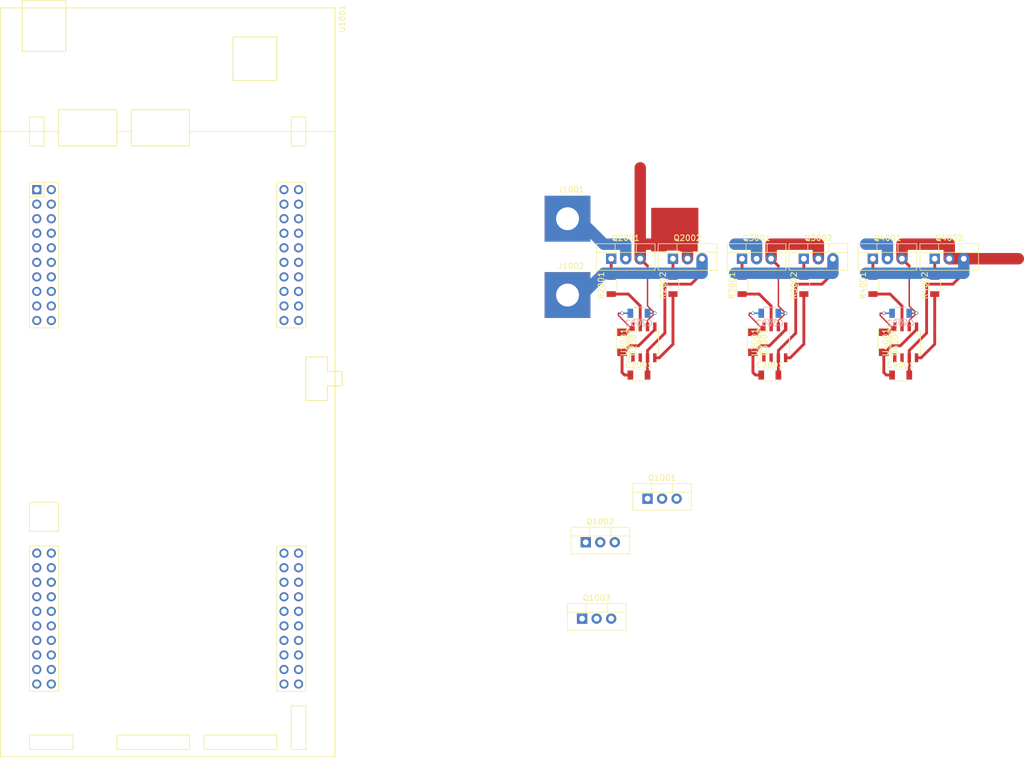
<source format=kicad_pcb>
(kicad_pcb (version 20170919) (host pcbnew "(2017-09-19 revision dddaa7e69)-makepkg")

  (general
    (thickness 1.6)
    (drawings 0)
    (tracks 141)
    (zones 0)
    (modules 30)
    (nets 28)
  )

  (page A4)
  (layers
    (0 F.Cu signal)
    (31 B.Cu signal)
    (32 B.Adhes user hide)
    (33 F.Adhes user hide)
    (34 B.Paste user hide)
    (35 F.Paste user hide)
    (36 B.SilkS user hide)
    (37 F.SilkS user)
    (38 B.Mask user hide)
    (39 F.Mask user hide)
    (40 Dwgs.User user)
    (41 Cmts.User user)
    (42 Eco1.User user)
    (43 Eco2.User user)
    (44 Edge.Cuts user)
    (45 Margin user)
    (46 B.CrtYd user)
    (47 F.CrtYd user)
    (48 B.Fab user)
    (49 F.Fab user)
  )

  (setup
    (last_trace_width 0.25)
    (user_trace_width 0.5)
    (user_trace_width 1)
    (user_trace_width 2)
    (trace_clearance 0.2)
    (zone_clearance 0.508)
    (zone_45_only no)
    (trace_min 0.2)
    (segment_width 0.2)
    (edge_width 0.15)
    (via_size 0.6)
    (via_drill 0.4)
    (via_min_size 0.4)
    (via_min_drill 0.3)
    (uvia_size 0.3)
    (uvia_drill 0.1)
    (uvias_allowed no)
    (uvia_min_size 0.2)
    (uvia_min_drill 0.1)
    (pcb_text_width 0.3)
    (pcb_text_size 1.5 1.5)
    (mod_edge_width 0.15)
    (mod_text_size 1 1)
    (mod_text_width 0.15)
    (pad_size 1.524 1.524)
    (pad_drill 0.762)
    (pad_to_mask_clearance 0.2)
    (aux_axis_origin 0 0)
    (visible_elements 7FFFFF7F)
    (pcbplotparams
      (layerselection 0x00030_80000001)
      (usegerberextensions false)
      (usegerberattributes true)
      (usegerberadvancedattributes true)
      (creategerberjobfile true)
      (excludeedgelayer true)
      (linewidth 0.100000)
      (plotframeref false)
      (viasonmask false)
      (mode 1)
      (useauxorigin false)
      (hpglpennumber 1)
      (hpglpenspeed 20)
      (hpglpendiameter 15)
      (psnegative false)
      (psa4output false)
      (plotreference true)
      (plotvalue true)
      (plotinvisibletext false)
      (padsonsilk false)
      (subtractmaskfromsilk false)
      (outputformat 1)
      (mirror false)
      (drillshape 1)
      (scaleselection 1)
      (outputdirectory ""))
  )

  (net 0 "")
  (net 1 +12V)
  (net 2 GND)
  (net 3 /Veja_1/OUT)
  (net 4 /Veja_2/OUT)
  (net 5 +VDC)
  (net 6 /Veja_1/HIN)
  (net 7 /Veja_1/LIN)
  (net 8 /Veja_2/HIN)
  (net 9 /Veja_2/LIN)
  (net 10 "Net-(C2002-Pad1)")
  (net 11 "Net-(C3002-Pad1)")
  (net 12 "Net-(C4002-Pad1)")
  (net 13 /Veja_3/OUT)
  (net 14 "Net-(R2001-Pad1)")
  (net 15 "Net-(R3001-Pad1)")
  (net 16 "Net-(R4001-Pad1)")
  (net 17 /Veja_3/HIN)
  (net 18 /Veja_3/LIN)
  (net 19 /Veja_1/QH_G)
  (net 20 /Veja_1/QL_G)
  (net 21 /Veja_2/QH_G)
  (net 22 /Veja_2/QL_G)
  (net 23 /Veja_3/QH_G)
  (net 24 /Veja_3/QL_G)
  (net 25 /Veja_1/test/zaj)
  (net 26 /Veja_2/test/zaj)
  (net 27 /Veja_3/test/zaj)

  (net_class Default "This is the default net class."
    (clearance 0.2)
    (trace_width 0.25)
    (via_dia 0.6)
    (via_drill 0.4)
    (uvia_dia 0.3)
    (uvia_drill 0.1)
    (add_net +12V)
    (add_net +VDC)
    (add_net /Veja_1/HIN)
    (add_net /Veja_1/LIN)
    (add_net /Veja_1/OUT)
    (add_net /Veja_1/QH_G)
    (add_net /Veja_1/QL_G)
    (add_net /Veja_1/test/zaj)
    (add_net /Veja_2/HIN)
    (add_net /Veja_2/LIN)
    (add_net /Veja_2/OUT)
    (add_net /Veja_2/QH_G)
    (add_net /Veja_2/QL_G)
    (add_net /Veja_2/test/zaj)
    (add_net /Veja_3/HIN)
    (add_net /Veja_3/LIN)
    (add_net /Veja_3/OUT)
    (add_net /Veja_3/QH_G)
    (add_net /Veja_3/QL_G)
    (add_net /Veja_3/test/zaj)
    (add_net GND)
    (add_net "Net-(C2002-Pad1)")
    (add_net "Net-(C3002-Pad1)")
    (add_net "Net-(C4002-Pad1)")
    (add_net "Net-(R2001-Pad1)")
    (add_net "Net-(R3001-Pad1)")
    (add_net "Net-(R4001-Pad1)")
  )

  (module Passives:RC1206M (layer B.Cu) (tedit 59F954E2) (tstamp 5A0AA8FB)
    (at 180.745 95.885)
    (descr "Capacitor SMD 1206, reflow soldering, AVX (see smccp.pdf)")
    (tags "capacitor 1206")
    (path /59F8DC05/59F96502)
    (attr smd)
    (fp_text reference C2002 (at 0 1.75) (layer B.SilkS)
      (effects (font (size 1 1) (thickness 0.15)) (justify mirror))
    )
    (fp_text value 100n (at 0 -2) (layer B.Fab) hide
      (effects (font (size 1 1) (thickness 0.15)) (justify mirror))
    )
    (fp_text user %R (at 0 0) (layer B.Fab)
      (effects (font (size 0.5 0.5) (thickness 0.07)) (justify mirror))
    )
    (fp_line (start -1.6 -0.8) (end -1.6 0.8) (layer B.Fab) (width 0.1))
    (fp_line (start 1.6 -0.8) (end -1.6 -0.8) (layer B.Fab) (width 0.1))
    (fp_line (start 1.6 0.8) (end 1.6 -0.8) (layer B.Fab) (width 0.1))
    (fp_line (start -1.6 0.8) (end 1.6 0.8) (layer B.Fab) (width 0.1))
    (fp_line (start 1 1.02) (end -1 1.02) (layer B.SilkS) (width 0.12))
    (fp_line (start -1 -1.02) (end 1 -1.02) (layer B.SilkS) (width 0.12))
    (fp_line (start -2.25 1.05) (end 2.25 1.05) (layer B.CrtYd) (width 0.05))
    (fp_line (start -2.25 1.05) (end -2.25 -1.05) (layer B.CrtYd) (width 0.05))
    (fp_line (start 2.25 -1.05) (end 2.25 1.05) (layer B.CrtYd) (width 0.05))
    (fp_line (start 2.25 -1.05) (end -2.25 -1.05) (layer B.CrtYd) (width 0.05))
    (pad 1 smd rect (at -1.5 0) (size 1 1.6) (layers B.Cu B.Paste B.Mask)
      (net 10 "Net-(C2002-Pad1)"))
    (pad 2 smd rect (at 1.5 0) (size 1 1.6) (layers B.Cu B.Paste B.Mask)
      (net 3 /Veja_1/OUT))
    (model Capacitors_SMD.3dshapes/C_1206.wrl
      (at (xyz 0 0 0))
      (scale (xyz 1 1 1))
      (rotate (xyz 0 0 0))
    )
  )

  (module Passives:RC1206M (layer F.Cu) (tedit 59F954E2) (tstamp 5A0AA8EA)
    (at 180.745 106.68)
    (descr "Capacitor SMD 1206, reflow soldering, AVX (see smccp.pdf)")
    (tags "capacitor 1206")
    (path /59F8DC05/59F96458)
    (attr smd)
    (fp_text reference C2001 (at 0 -1.75) (layer F.SilkS)
      (effects (font (size 1 1) (thickness 0.15)))
    )
    (fp_text value 100n (at 0 2) (layer F.Fab) hide
      (effects (font (size 1 1) (thickness 0.15)))
    )
    (fp_text user %R (at 0 0) (layer F.Fab)
      (effects (font (size 0.5 0.5) (thickness 0.07)))
    )
    (fp_line (start -1.6 0.8) (end -1.6 -0.8) (layer F.Fab) (width 0.1))
    (fp_line (start 1.6 0.8) (end -1.6 0.8) (layer F.Fab) (width 0.1))
    (fp_line (start 1.6 -0.8) (end 1.6 0.8) (layer F.Fab) (width 0.1))
    (fp_line (start -1.6 -0.8) (end 1.6 -0.8) (layer F.Fab) (width 0.1))
    (fp_line (start 1 -1.02) (end -1 -1.02) (layer F.SilkS) (width 0.12))
    (fp_line (start -1 1.02) (end 1 1.02) (layer F.SilkS) (width 0.12))
    (fp_line (start -2.25 -1.05) (end 2.25 -1.05) (layer F.CrtYd) (width 0.05))
    (fp_line (start -2.25 -1.05) (end -2.25 1.05) (layer F.CrtYd) (width 0.05))
    (fp_line (start 2.25 1.05) (end 2.25 -1.05) (layer F.CrtYd) (width 0.05))
    (fp_line (start 2.25 1.05) (end -2.25 1.05) (layer F.CrtYd) (width 0.05))
    (pad 1 smd rect (at -1.5 0) (size 1 1.6) (layers F.Cu F.Paste F.Mask)
      (net 1 +12V))
    (pad 2 smd rect (at 1.5 0) (size 1 1.6) (layers F.Cu F.Paste F.Mask)
      (net 2 GND))
    (model Capacitors_SMD.3dshapes/C_1206.wrl
      (at (xyz 0 0 0))
      (scale (xyz 1 1 1))
      (rotate (xyz 0 0 0))
    )
  )

  (module Passives:RC1206M (layer F.Cu) (tedit 59F954E2) (tstamp 5A0AA90C)
    (at 203.605 106.68)
    (descr "Capacitor SMD 1206, reflow soldering, AVX (see smccp.pdf)")
    (tags "capacitor 1206")
    (path /59F8EC5A/59F96458)
    (attr smd)
    (fp_text reference C3001 (at 0 -1.75) (layer F.SilkS)
      (effects (font (size 1 1) (thickness 0.15)))
    )
    (fp_text value 100n (at 0 2) (layer F.Fab) hide
      (effects (font (size 1 1) (thickness 0.15)))
    )
    (fp_text user %R (at 0 0) (layer F.Fab)
      (effects (font (size 0.5 0.5) (thickness 0.07)))
    )
    (fp_line (start -1.6 0.8) (end -1.6 -0.8) (layer F.Fab) (width 0.1))
    (fp_line (start 1.6 0.8) (end -1.6 0.8) (layer F.Fab) (width 0.1))
    (fp_line (start 1.6 -0.8) (end 1.6 0.8) (layer F.Fab) (width 0.1))
    (fp_line (start -1.6 -0.8) (end 1.6 -0.8) (layer F.Fab) (width 0.1))
    (fp_line (start 1 -1.02) (end -1 -1.02) (layer F.SilkS) (width 0.12))
    (fp_line (start -1 1.02) (end 1 1.02) (layer F.SilkS) (width 0.12))
    (fp_line (start -2.25 -1.05) (end 2.25 -1.05) (layer F.CrtYd) (width 0.05))
    (fp_line (start -2.25 -1.05) (end -2.25 1.05) (layer F.CrtYd) (width 0.05))
    (fp_line (start 2.25 1.05) (end 2.25 -1.05) (layer F.CrtYd) (width 0.05))
    (fp_line (start 2.25 1.05) (end -2.25 1.05) (layer F.CrtYd) (width 0.05))
    (pad 1 smd rect (at -1.5 0) (size 1 1.6) (layers F.Cu F.Paste F.Mask)
      (net 1 +12V))
    (pad 2 smd rect (at 1.5 0) (size 1 1.6) (layers F.Cu F.Paste F.Mask)
      (net 2 GND))
    (model Capacitors_SMD.3dshapes/C_1206.wrl
      (at (xyz 0 0 0))
      (scale (xyz 1 1 1))
      (rotate (xyz 0 0 0))
    )
  )

  (module Passives:RC1206M (layer B.Cu) (tedit 59F954E2) (tstamp 5A0AA91D)
    (at 203.605 95.885)
    (descr "Capacitor SMD 1206, reflow soldering, AVX (see smccp.pdf)")
    (tags "capacitor 1206")
    (path /59F8EC5A/59F96502)
    (attr smd)
    (fp_text reference C3002 (at 0 1.75) (layer B.SilkS)
      (effects (font (size 1 1) (thickness 0.15)) (justify mirror))
    )
    (fp_text value 100n (at 0 -2) (layer B.Fab) hide
      (effects (font (size 1 1) (thickness 0.15)) (justify mirror))
    )
    (fp_text user %R (at 0 0) (layer B.Fab)
      (effects (font (size 0.5 0.5) (thickness 0.07)) (justify mirror))
    )
    (fp_line (start -1.6 -0.8) (end -1.6 0.8) (layer B.Fab) (width 0.1))
    (fp_line (start 1.6 -0.8) (end -1.6 -0.8) (layer B.Fab) (width 0.1))
    (fp_line (start 1.6 0.8) (end 1.6 -0.8) (layer B.Fab) (width 0.1))
    (fp_line (start -1.6 0.8) (end 1.6 0.8) (layer B.Fab) (width 0.1))
    (fp_line (start 1 1.02) (end -1 1.02) (layer B.SilkS) (width 0.12))
    (fp_line (start -1 -1.02) (end 1 -1.02) (layer B.SilkS) (width 0.12))
    (fp_line (start -2.25 1.05) (end 2.25 1.05) (layer B.CrtYd) (width 0.05))
    (fp_line (start -2.25 1.05) (end -2.25 -1.05) (layer B.CrtYd) (width 0.05))
    (fp_line (start 2.25 -1.05) (end 2.25 1.05) (layer B.CrtYd) (width 0.05))
    (fp_line (start 2.25 -1.05) (end -2.25 -1.05) (layer B.CrtYd) (width 0.05))
    (pad 1 smd rect (at -1.5 0) (size 1 1.6) (layers B.Cu B.Paste B.Mask)
      (net 11 "Net-(C3002-Pad1)"))
    (pad 2 smd rect (at 1.5 0) (size 1 1.6) (layers B.Cu B.Paste B.Mask)
      (net 4 /Veja_2/OUT))
    (model Capacitors_SMD.3dshapes/C_1206.wrl
      (at (xyz 0 0 0))
      (scale (xyz 1 1 1))
      (rotate (xyz 0 0 0))
    )
  )

  (module Passives:RC1206M (layer F.Cu) (tedit 59F954E2) (tstamp 5A0AA92E)
    (at 226.465 106.68)
    (descr "Capacitor SMD 1206, reflow soldering, AVX (see smccp.pdf)")
    (tags "capacitor 1206")
    (path /59F957AF/59F96458)
    (attr smd)
    (fp_text reference C4001 (at 0 -1.75) (layer F.SilkS)
      (effects (font (size 1 1) (thickness 0.15)))
    )
    (fp_text value 100n (at 0 2) (layer F.Fab) hide
      (effects (font (size 1 1) (thickness 0.15)))
    )
    (fp_text user %R (at 0 0) (layer F.Fab)
      (effects (font (size 0.5 0.5) (thickness 0.07)))
    )
    (fp_line (start -1.6 0.8) (end -1.6 -0.8) (layer F.Fab) (width 0.1))
    (fp_line (start 1.6 0.8) (end -1.6 0.8) (layer F.Fab) (width 0.1))
    (fp_line (start 1.6 -0.8) (end 1.6 0.8) (layer F.Fab) (width 0.1))
    (fp_line (start -1.6 -0.8) (end 1.6 -0.8) (layer F.Fab) (width 0.1))
    (fp_line (start 1 -1.02) (end -1 -1.02) (layer F.SilkS) (width 0.12))
    (fp_line (start -1 1.02) (end 1 1.02) (layer F.SilkS) (width 0.12))
    (fp_line (start -2.25 -1.05) (end 2.25 -1.05) (layer F.CrtYd) (width 0.05))
    (fp_line (start -2.25 -1.05) (end -2.25 1.05) (layer F.CrtYd) (width 0.05))
    (fp_line (start 2.25 1.05) (end 2.25 -1.05) (layer F.CrtYd) (width 0.05))
    (fp_line (start 2.25 1.05) (end -2.25 1.05) (layer F.CrtYd) (width 0.05))
    (pad 1 smd rect (at -1.5 0) (size 1 1.6) (layers F.Cu F.Paste F.Mask)
      (net 1 +12V))
    (pad 2 smd rect (at 1.5 0) (size 1 1.6) (layers F.Cu F.Paste F.Mask)
      (net 2 GND))
    (model Capacitors_SMD.3dshapes/C_1206.wrl
      (at (xyz 0 0 0))
      (scale (xyz 1 1 1))
      (rotate (xyz 0 0 0))
    )
  )

  (module Passives:RC1206M (layer B.Cu) (tedit 59F954E2) (tstamp 5A0AA93F)
    (at 226.465 95.885)
    (descr "Capacitor SMD 1206, reflow soldering, AVX (see smccp.pdf)")
    (tags "capacitor 1206")
    (path /59F957AF/59F96502)
    (attr smd)
    (fp_text reference C4002 (at 0 1.75) (layer B.SilkS)
      (effects (font (size 1 1) (thickness 0.15)) (justify mirror))
    )
    (fp_text value 100n (at 0 -2) (layer B.Fab) hide
      (effects (font (size 1 1) (thickness 0.15)) (justify mirror))
    )
    (fp_text user %R (at 0 0) (layer B.Fab)
      (effects (font (size 0.5 0.5) (thickness 0.07)) (justify mirror))
    )
    (fp_line (start -1.6 -0.8) (end -1.6 0.8) (layer B.Fab) (width 0.1))
    (fp_line (start 1.6 -0.8) (end -1.6 -0.8) (layer B.Fab) (width 0.1))
    (fp_line (start 1.6 0.8) (end 1.6 -0.8) (layer B.Fab) (width 0.1))
    (fp_line (start -1.6 0.8) (end 1.6 0.8) (layer B.Fab) (width 0.1))
    (fp_line (start 1 1.02) (end -1 1.02) (layer B.SilkS) (width 0.12))
    (fp_line (start -1 -1.02) (end 1 -1.02) (layer B.SilkS) (width 0.12))
    (fp_line (start -2.25 1.05) (end 2.25 1.05) (layer B.CrtYd) (width 0.05))
    (fp_line (start -2.25 1.05) (end -2.25 -1.05) (layer B.CrtYd) (width 0.05))
    (fp_line (start 2.25 -1.05) (end 2.25 1.05) (layer B.CrtYd) (width 0.05))
    (fp_line (start 2.25 -1.05) (end -2.25 -1.05) (layer B.CrtYd) (width 0.05))
    (pad 1 smd rect (at -1.5 0) (size 1 1.6) (layers B.Cu B.Paste B.Mask)
      (net 12 "Net-(C4002-Pad1)"))
    (pad 2 smd rect (at 1.5 0) (size 1 1.6) (layers B.Cu B.Paste B.Mask)
      (net 13 /Veja_3/OUT))
    (model Capacitors_SMD.3dshapes/C_1206.wrl
      (at (xyz 0 0 0))
      (scale (xyz 1 1 1))
      (rotate (xyz 0 0 0))
    )
  )

  (module Discretes:D_MiniMELF (layer F.Cu) (tedit 59F95434) (tstamp 5A0AA97A)
    (at 177.8 100.965 270)
    (descr "Diode Mini-MELF")
    (tags "Diode Mini-MELF")
    (path /59F8DC05/59F96588)
    (attr smd)
    (fp_text reference D2001 (at 0 -2 270) (layer F.SilkS)
      (effects (font (size 1 1) (thickness 0.15)))
    )
    (fp_text value LL4148 (at 0 1.75 270) (layer F.Fab) hide
      (effects (font (size 1 1) (thickness 0.15)))
    )
    (fp_text user %R (at 0 -2 270) (layer F.Fab)
      (effects (font (size 1 1) (thickness 0.15)))
    )
    (fp_line (start 1.75 -1) (end -2.55 -1) (layer F.SilkS) (width 0.12))
    (fp_line (start -2.55 -1) (end -2.55 1) (layer F.SilkS) (width 0.12))
    (fp_line (start -2.55 1) (end 1.75 1) (layer F.SilkS) (width 0.12))
    (fp_line (start 1.65 -0.8) (end 1.65 0.8) (layer F.Fab) (width 0.1))
    (fp_line (start 1.65 0.8) (end -1.65 0.8) (layer F.Fab) (width 0.1))
    (fp_line (start -1.65 0.8) (end -1.65 -0.8) (layer F.Fab) (width 0.1))
    (fp_line (start -1.65 -0.8) (end 1.65 -0.8) (layer F.Fab) (width 0.1))
    (fp_line (start 0.25 0) (end 0.75 0) (layer F.Fab) (width 0.1))
    (fp_line (start 0.25 0.4) (end -0.35 0) (layer F.Fab) (width 0.1))
    (fp_line (start 0.25 -0.4) (end 0.25 0.4) (layer F.Fab) (width 0.1))
    (fp_line (start -0.35 0) (end 0.25 -0.4) (layer F.Fab) (width 0.1))
    (fp_line (start -0.35 0) (end -0.35 0.55) (layer F.Fab) (width 0.1))
    (fp_line (start -0.35 0) (end -0.35 -0.55) (layer F.Fab) (width 0.1))
    (fp_line (start -0.75 0) (end -0.35 0) (layer F.Fab) (width 0.1))
    (fp_line (start -2.65 -1.1) (end 2.65 -1.1) (layer F.CrtYd) (width 0.05))
    (fp_line (start 2.65 -1.1) (end 2.65 1.1) (layer F.CrtYd) (width 0.05))
    (fp_line (start 2.65 1.1) (end -2.65 1.1) (layer F.CrtYd) (width 0.05))
    (fp_line (start -2.65 1.1) (end -2.65 -1.1) (layer F.CrtYd) (width 0.05))
    (pad 1 smd rect (at -1.75 0 270) (size 1.3 1.7) (layers F.Cu F.Paste F.Mask)
      (net 10 "Net-(C2002-Pad1)"))
    (pad 2 smd rect (at 1.75 0 270) (size 1.3 1.7) (layers F.Cu F.Paste F.Mask)
      (net 1 +12V))
    (model ${KISYS3DMOD}/Diodes_SMD.3dshapes/D_MiniMELF.wrl
      (at (xyz 0 0 0))
      (scale (xyz 1 1 1))
      (rotate (xyz 0 0 0))
    )
  )

  (module Discretes:D_MiniMELF (layer F.Cu) (tedit 59F95434) (tstamp 5A0AA993)
    (at 200.66 100.965 270)
    (descr "Diode Mini-MELF")
    (tags "Diode Mini-MELF")
    (path /59F8EC5A/59F96588)
    (attr smd)
    (fp_text reference D3001 (at 0 -2 270) (layer F.SilkS)
      (effects (font (size 1 1) (thickness 0.15)))
    )
    (fp_text value LL4148 (at 0 1.75 270) (layer F.Fab) hide
      (effects (font (size 1 1) (thickness 0.15)))
    )
    (fp_text user %R (at 0 -2 270) (layer F.Fab)
      (effects (font (size 1 1) (thickness 0.15)))
    )
    (fp_line (start 1.75 -1) (end -2.55 -1) (layer F.SilkS) (width 0.12))
    (fp_line (start -2.55 -1) (end -2.55 1) (layer F.SilkS) (width 0.12))
    (fp_line (start -2.55 1) (end 1.75 1) (layer F.SilkS) (width 0.12))
    (fp_line (start 1.65 -0.8) (end 1.65 0.8) (layer F.Fab) (width 0.1))
    (fp_line (start 1.65 0.8) (end -1.65 0.8) (layer F.Fab) (width 0.1))
    (fp_line (start -1.65 0.8) (end -1.65 -0.8) (layer F.Fab) (width 0.1))
    (fp_line (start -1.65 -0.8) (end 1.65 -0.8) (layer F.Fab) (width 0.1))
    (fp_line (start 0.25 0) (end 0.75 0) (layer F.Fab) (width 0.1))
    (fp_line (start 0.25 0.4) (end -0.35 0) (layer F.Fab) (width 0.1))
    (fp_line (start 0.25 -0.4) (end 0.25 0.4) (layer F.Fab) (width 0.1))
    (fp_line (start -0.35 0) (end 0.25 -0.4) (layer F.Fab) (width 0.1))
    (fp_line (start -0.35 0) (end -0.35 0.55) (layer F.Fab) (width 0.1))
    (fp_line (start -0.35 0) (end -0.35 -0.55) (layer F.Fab) (width 0.1))
    (fp_line (start -0.75 0) (end -0.35 0) (layer F.Fab) (width 0.1))
    (fp_line (start -2.65 -1.1) (end 2.65 -1.1) (layer F.CrtYd) (width 0.05))
    (fp_line (start 2.65 -1.1) (end 2.65 1.1) (layer F.CrtYd) (width 0.05))
    (fp_line (start 2.65 1.1) (end -2.65 1.1) (layer F.CrtYd) (width 0.05))
    (fp_line (start -2.65 1.1) (end -2.65 -1.1) (layer F.CrtYd) (width 0.05))
    (pad 1 smd rect (at -1.75 0 270) (size 1.3 1.7) (layers F.Cu F.Paste F.Mask)
      (net 11 "Net-(C3002-Pad1)"))
    (pad 2 smd rect (at 1.75 0 270) (size 1.3 1.7) (layers F.Cu F.Paste F.Mask)
      (net 1 +12V))
    (model ${KISYS3DMOD}/Diodes_SMD.3dshapes/D_MiniMELF.wrl
      (at (xyz 0 0 0))
      (scale (xyz 1 1 1))
      (rotate (xyz 0 0 0))
    )
  )

  (module Discretes:D_MiniMELF (layer F.Cu) (tedit 59F95434) (tstamp 5A0AA9AC)
    (at 223.52 100.965 270)
    (descr "Diode Mini-MELF")
    (tags "Diode Mini-MELF")
    (path /59F957AF/59F96588)
    (attr smd)
    (fp_text reference D4001 (at 0 -2 270) (layer F.SilkS)
      (effects (font (size 1 1) (thickness 0.15)))
    )
    (fp_text value LL4148 (at 0 1.75 270) (layer F.Fab) hide
      (effects (font (size 1 1) (thickness 0.15)))
    )
    (fp_text user %R (at 0 -2 270) (layer F.Fab)
      (effects (font (size 1 1) (thickness 0.15)))
    )
    (fp_line (start 1.75 -1) (end -2.55 -1) (layer F.SilkS) (width 0.12))
    (fp_line (start -2.55 -1) (end -2.55 1) (layer F.SilkS) (width 0.12))
    (fp_line (start -2.55 1) (end 1.75 1) (layer F.SilkS) (width 0.12))
    (fp_line (start 1.65 -0.8) (end 1.65 0.8) (layer F.Fab) (width 0.1))
    (fp_line (start 1.65 0.8) (end -1.65 0.8) (layer F.Fab) (width 0.1))
    (fp_line (start -1.65 0.8) (end -1.65 -0.8) (layer F.Fab) (width 0.1))
    (fp_line (start -1.65 -0.8) (end 1.65 -0.8) (layer F.Fab) (width 0.1))
    (fp_line (start 0.25 0) (end 0.75 0) (layer F.Fab) (width 0.1))
    (fp_line (start 0.25 0.4) (end -0.35 0) (layer F.Fab) (width 0.1))
    (fp_line (start 0.25 -0.4) (end 0.25 0.4) (layer F.Fab) (width 0.1))
    (fp_line (start -0.35 0) (end 0.25 -0.4) (layer F.Fab) (width 0.1))
    (fp_line (start -0.35 0) (end -0.35 0.55) (layer F.Fab) (width 0.1))
    (fp_line (start -0.35 0) (end -0.35 -0.55) (layer F.Fab) (width 0.1))
    (fp_line (start -0.75 0) (end -0.35 0) (layer F.Fab) (width 0.1))
    (fp_line (start -2.65 -1.1) (end 2.65 -1.1) (layer F.CrtYd) (width 0.05))
    (fp_line (start 2.65 -1.1) (end 2.65 1.1) (layer F.CrtYd) (width 0.05))
    (fp_line (start 2.65 1.1) (end -2.65 1.1) (layer F.CrtYd) (width 0.05))
    (fp_line (start -2.65 1.1) (end -2.65 -1.1) (layer F.CrtYd) (width 0.05))
    (pad 1 smd rect (at -1.75 0 270) (size 1.3 1.7) (layers F.Cu F.Paste F.Mask)
      (net 12 "Net-(C4002-Pad1)"))
    (pad 2 smd rect (at 1.75 0 270) (size 1.3 1.7) (layers F.Cu F.Paste F.Mask)
      (net 1 +12V))
    (model ${KISYS3DMOD}/Diodes_SMD.3dshapes/D_MiniMELF.wrl
      (at (xyz 0 0 0))
      (scale (xyz 1 1 1))
      (rotate (xyz 0 0 0))
    )
  )

  (module Discretes:TO-220 (layer F.Cu) (tedit 59E9DD4A) (tstamp 5A0AA9DF)
    (at 182.245 128.27)
    (descr "TO-220-3, Vertical, RM 2.54mm")
    (tags "TO-220-3 Vertical RM 2.54mm")
    (path /5A0AAC30)
    (fp_text reference Q1001 (at 2.54 -3.62) (layer F.SilkS)
      (effects (font (size 1 1) (thickness 0.15)))
    )
    (fp_text value CSD19531KCS (at 2.54 3.92) (layer F.Fab) hide
      (effects (font (size 1 1) (thickness 0.15)))
    )
    (fp_text user %R (at 2.54 -3.62) (layer F.Fab)
      (effects (font (size 1 1) (thickness 0.15)))
    )
    (fp_line (start -2.46 -2.5) (end -2.46 1.9) (layer F.Fab) (width 0.1))
    (fp_line (start -2.46 1.9) (end 7.54 1.9) (layer F.Fab) (width 0.1))
    (fp_line (start 7.54 1.9) (end 7.54 -2.5) (layer F.Fab) (width 0.1))
    (fp_line (start 7.54 -2.5) (end -2.46 -2.5) (layer F.Fab) (width 0.1))
    (fp_line (start -2.46 -1.23) (end 7.54 -1.23) (layer F.Fab) (width 0.1))
    (fp_line (start 0.69 -2.5) (end 0.69 -1.23) (layer F.Fab) (width 0.1))
    (fp_line (start 4.39 -2.5) (end 4.39 -1.23) (layer F.Fab) (width 0.1))
    (fp_line (start -2.58 -2.62) (end 7.66 -2.62) (layer F.SilkS) (width 0.12))
    (fp_line (start -2.58 2.021) (end 7.66 2.021) (layer F.SilkS) (width 0.12))
    (fp_line (start -2.58 -2.62) (end -2.58 2.021) (layer F.SilkS) (width 0.12))
    (fp_line (start 7.66 -2.62) (end 7.66 2.021) (layer F.SilkS) (width 0.12))
    (fp_line (start -2.58 -1.11) (end 7.66 -1.11) (layer F.SilkS) (width 0.12))
    (fp_line (start 0.69 -2.62) (end 0.69 -1.11) (layer F.SilkS) (width 0.12))
    (fp_line (start 4.391 -2.62) (end 4.391 -1.11) (layer F.SilkS) (width 0.12))
    (fp_line (start -2.71 -2.75) (end -2.71 2.16) (layer F.CrtYd) (width 0.05))
    (fp_line (start -2.71 2.16) (end 7.79 2.16) (layer F.CrtYd) (width 0.05))
    (fp_line (start 7.79 2.16) (end 7.79 -2.75) (layer F.CrtYd) (width 0.05))
    (fp_line (start 7.79 -2.75) (end -2.71 -2.75) (layer F.CrtYd) (width 0.05))
    (pad 1 thru_hole rect (at 0 0) (size 1.8 1.8) (drill 1) (layers *.Cu *.Mask)
      (net 3 /Veja_1/OUT))
    (pad 2 thru_hole oval (at 2.54 0) (size 1.8 1.8) (drill 1) (layers *.Cu *.Mask))
    (pad 3 thru_hole oval (at 5.08 0) (size 1.8 1.8) (drill 1) (layers *.Cu *.Mask))
    (model ${KI_LRTME_3DMOD}/TO-220-3_Vertical.wrl
      (at (xyz 0 0 0))
      (scale (xyz 1 1 1))
      (rotate (xyz 0 0 0))
    )
  )

  (module Discretes:TO-220 (layer F.Cu) (tedit 59E9DD4A) (tstamp 5A0AA9F9)
    (at 171.45 135.89)
    (descr "TO-220-3, Vertical, RM 2.54mm")
    (tags "TO-220-3 Vertical RM 2.54mm")
    (path /5A0AAAD8)
    (fp_text reference Q1002 (at 2.54 -3.62) (layer F.SilkS)
      (effects (font (size 1 1) (thickness 0.15)))
    )
    (fp_text value CSD19531KCS (at 2.54 3.92) (layer F.Fab) hide
      (effects (font (size 1 1) (thickness 0.15)))
    )
    (fp_text user %R (at 2.54 -3.62) (layer F.Fab)
      (effects (font (size 1 1) (thickness 0.15)))
    )
    (fp_line (start -2.46 -2.5) (end -2.46 1.9) (layer F.Fab) (width 0.1))
    (fp_line (start -2.46 1.9) (end 7.54 1.9) (layer F.Fab) (width 0.1))
    (fp_line (start 7.54 1.9) (end 7.54 -2.5) (layer F.Fab) (width 0.1))
    (fp_line (start 7.54 -2.5) (end -2.46 -2.5) (layer F.Fab) (width 0.1))
    (fp_line (start -2.46 -1.23) (end 7.54 -1.23) (layer F.Fab) (width 0.1))
    (fp_line (start 0.69 -2.5) (end 0.69 -1.23) (layer F.Fab) (width 0.1))
    (fp_line (start 4.39 -2.5) (end 4.39 -1.23) (layer F.Fab) (width 0.1))
    (fp_line (start -2.58 -2.62) (end 7.66 -2.62) (layer F.SilkS) (width 0.12))
    (fp_line (start -2.58 2.021) (end 7.66 2.021) (layer F.SilkS) (width 0.12))
    (fp_line (start -2.58 -2.62) (end -2.58 2.021) (layer F.SilkS) (width 0.12))
    (fp_line (start 7.66 -2.62) (end 7.66 2.021) (layer F.SilkS) (width 0.12))
    (fp_line (start -2.58 -1.11) (end 7.66 -1.11) (layer F.SilkS) (width 0.12))
    (fp_line (start 0.69 -2.62) (end 0.69 -1.11) (layer F.SilkS) (width 0.12))
    (fp_line (start 4.391 -2.62) (end 4.391 -1.11) (layer F.SilkS) (width 0.12))
    (fp_line (start -2.71 -2.75) (end -2.71 2.16) (layer F.CrtYd) (width 0.05))
    (fp_line (start -2.71 2.16) (end 7.79 2.16) (layer F.CrtYd) (width 0.05))
    (fp_line (start 7.79 2.16) (end 7.79 -2.75) (layer F.CrtYd) (width 0.05))
    (fp_line (start 7.79 -2.75) (end -2.71 -2.75) (layer F.CrtYd) (width 0.05))
    (pad 1 thru_hole rect (at 0 0) (size 1.8 1.8) (drill 1) (layers *.Cu *.Mask)
      (net 4 /Veja_2/OUT))
    (pad 2 thru_hole oval (at 2.54 0) (size 1.8 1.8) (drill 1) (layers *.Cu *.Mask))
    (pad 3 thru_hole oval (at 5.08 0) (size 1.8 1.8) (drill 1) (layers *.Cu *.Mask))
    (model ${KI_LRTME_3DMOD}/TO-220-3_Vertical.wrl
      (at (xyz 0 0 0))
      (scale (xyz 1 1 1))
      (rotate (xyz 0 0 0))
    )
  )

  (module Discretes:TO-220 (layer F.Cu) (tedit 59E9DD4A) (tstamp 5A0AAA13)
    (at 170.815 149.225)
    (descr "TO-220-3, Vertical, RM 2.54mm")
    (tags "TO-220-3 Vertical RM 2.54mm")
    (path /5A0AAD6E)
    (fp_text reference Q1003 (at 2.54 -3.62) (layer F.SilkS)
      (effects (font (size 1 1) (thickness 0.15)))
    )
    (fp_text value CSD19531KCS (at 2.54 3.92) (layer F.Fab) hide
      (effects (font (size 1 1) (thickness 0.15)))
    )
    (fp_text user %R (at 2.54 -3.62) (layer F.Fab)
      (effects (font (size 1 1) (thickness 0.15)))
    )
    (fp_line (start -2.46 -2.5) (end -2.46 1.9) (layer F.Fab) (width 0.1))
    (fp_line (start -2.46 1.9) (end 7.54 1.9) (layer F.Fab) (width 0.1))
    (fp_line (start 7.54 1.9) (end 7.54 -2.5) (layer F.Fab) (width 0.1))
    (fp_line (start 7.54 -2.5) (end -2.46 -2.5) (layer F.Fab) (width 0.1))
    (fp_line (start -2.46 -1.23) (end 7.54 -1.23) (layer F.Fab) (width 0.1))
    (fp_line (start 0.69 -2.5) (end 0.69 -1.23) (layer F.Fab) (width 0.1))
    (fp_line (start 4.39 -2.5) (end 4.39 -1.23) (layer F.Fab) (width 0.1))
    (fp_line (start -2.58 -2.62) (end 7.66 -2.62) (layer F.SilkS) (width 0.12))
    (fp_line (start -2.58 2.021) (end 7.66 2.021) (layer F.SilkS) (width 0.12))
    (fp_line (start -2.58 -2.62) (end -2.58 2.021) (layer F.SilkS) (width 0.12))
    (fp_line (start 7.66 -2.62) (end 7.66 2.021) (layer F.SilkS) (width 0.12))
    (fp_line (start -2.58 -1.11) (end 7.66 -1.11) (layer F.SilkS) (width 0.12))
    (fp_line (start 0.69 -2.62) (end 0.69 -1.11) (layer F.SilkS) (width 0.12))
    (fp_line (start 4.391 -2.62) (end 4.391 -1.11) (layer F.SilkS) (width 0.12))
    (fp_line (start -2.71 -2.75) (end -2.71 2.16) (layer F.CrtYd) (width 0.05))
    (fp_line (start -2.71 2.16) (end 7.79 2.16) (layer F.CrtYd) (width 0.05))
    (fp_line (start 7.79 2.16) (end 7.79 -2.75) (layer F.CrtYd) (width 0.05))
    (fp_line (start 7.79 -2.75) (end -2.71 -2.75) (layer F.CrtYd) (width 0.05))
    (pad 1 thru_hole rect (at 0 0) (size 1.8 1.8) (drill 1) (layers *.Cu *.Mask)
      (net 13 /Veja_3/OUT))
    (pad 2 thru_hole oval (at 2.54 0) (size 1.8 1.8) (drill 1) (layers *.Cu *.Mask))
    (pad 3 thru_hole oval (at 5.08 0) (size 1.8 1.8) (drill 1) (layers *.Cu *.Mask))
    (model ${KI_LRTME_3DMOD}/TO-220-3_Vertical.wrl
      (at (xyz 0 0 0))
      (scale (xyz 1 1 1))
      (rotate (xyz 0 0 0))
    )
  )

  (module Discretes:TO-220 (layer F.Cu) (tedit 59E9DD4A) (tstamp 5A0AAA47)
    (at 175.895 86.36)
    (descr "TO-220-3, Vertical, RM 2.54mm")
    (tags "TO-220-3 Vertical RM 2.54mm")
    (path /59F8DC05/59F8DC38)
    (fp_text reference Q2001 (at 2.54 -3.62) (layer F.SilkS)
      (effects (font (size 1 1) (thickness 0.15)))
    )
    (fp_text value CSD19531KCS (at 2.54 3.92) (layer F.Fab) hide
      (effects (font (size 1 1) (thickness 0.15)))
    )
    (fp_text user %R (at 2.54 1.14) (layer F.Fab)
      (effects (font (size 1 1) (thickness 0.15)))
    )
    (fp_line (start -2.46 -2.5) (end -2.46 1.9) (layer F.Fab) (width 0.1))
    (fp_line (start -2.46 1.9) (end 7.54 1.9) (layer F.Fab) (width 0.1))
    (fp_line (start 7.54 1.9) (end 7.54 -2.5) (layer F.Fab) (width 0.1))
    (fp_line (start 7.54 -2.5) (end -2.46 -2.5) (layer F.Fab) (width 0.1))
    (fp_line (start -2.46 -1.23) (end 7.54 -1.23) (layer F.Fab) (width 0.1))
    (fp_line (start 0.69 -2.5) (end 0.69 -1.23) (layer F.Fab) (width 0.1))
    (fp_line (start 4.39 -2.5) (end 4.39 -1.23) (layer F.Fab) (width 0.1))
    (fp_line (start -2.58 -2.62) (end 7.66 -2.62) (layer F.SilkS) (width 0.12))
    (fp_line (start -2.58 2.021) (end 7.66 2.021) (layer F.SilkS) (width 0.12))
    (fp_line (start -2.58 -2.62) (end -2.58 2.021) (layer F.SilkS) (width 0.12))
    (fp_line (start 7.66 -2.62) (end 7.66 2.021) (layer F.SilkS) (width 0.12))
    (fp_line (start -2.58 -1.11) (end 7.66 -1.11) (layer F.SilkS) (width 0.12))
    (fp_line (start 0.69 -2.62) (end 0.69 -1.11) (layer F.SilkS) (width 0.12))
    (fp_line (start 4.391 -2.62) (end 4.391 -1.11) (layer F.SilkS) (width 0.12))
    (fp_line (start -2.71 -2.75) (end -2.71 2.16) (layer F.CrtYd) (width 0.05))
    (fp_line (start -2.71 2.16) (end 7.79 2.16) (layer F.CrtYd) (width 0.05))
    (fp_line (start 7.79 2.16) (end 7.79 -2.75) (layer F.CrtYd) (width 0.05))
    (fp_line (start 7.79 -2.75) (end -2.71 -2.75) (layer F.CrtYd) (width 0.05))
    (pad 1 thru_hole rect (at 0 0) (size 1.8 1.8) (drill 1) (layers *.Cu *.Mask)
      (net 19 /Veja_1/QH_G))
    (pad 2 thru_hole oval (at 2.54 0) (size 1.8 1.8) (drill 1) (layers *.Cu *.Mask)
      (net 5 +VDC))
    (pad 3 thru_hole oval (at 5.08 0) (size 1.8 1.8) (drill 1) (layers *.Cu *.Mask)
      (net 3 /Veja_1/OUT))
    (model ${KI_LRTME_3DMOD}/TO-220-3_Vertical.wrl
      (at (xyz 0 0 0))
      (scale (xyz 1 1 1))
      (rotate (xyz 0 0 0))
    )
  )

  (module Discretes:TO-220 (layer F.Cu) (tedit 59E9DD4A) (tstamp 5A0AAA61)
    (at 186.69 86.36)
    (descr "TO-220-3, Vertical, RM 2.54mm")
    (tags "TO-220-3 Vertical RM 2.54mm")
    (path /59F8DC05/59F8DCB8)
    (fp_text reference Q2002 (at 2.54 -3.62) (layer F.SilkS)
      (effects (font (size 1 1) (thickness 0.15)))
    )
    (fp_text value CSD19531KCS (at 2.54 3.92) (layer F.Fab) hide
      (effects (font (size 1 1) (thickness 0.15)))
    )
    (fp_text user %R (at 2.54 1.14) (layer F.Fab)
      (effects (font (size 1 1) (thickness 0.15)))
    )
    (fp_line (start -2.46 -2.5) (end -2.46 1.9) (layer F.Fab) (width 0.1))
    (fp_line (start -2.46 1.9) (end 7.54 1.9) (layer F.Fab) (width 0.1))
    (fp_line (start 7.54 1.9) (end 7.54 -2.5) (layer F.Fab) (width 0.1))
    (fp_line (start 7.54 -2.5) (end -2.46 -2.5) (layer F.Fab) (width 0.1))
    (fp_line (start -2.46 -1.23) (end 7.54 -1.23) (layer F.Fab) (width 0.1))
    (fp_line (start 0.69 -2.5) (end 0.69 -1.23) (layer F.Fab) (width 0.1))
    (fp_line (start 4.39 -2.5) (end 4.39 -1.23) (layer F.Fab) (width 0.1))
    (fp_line (start -2.58 -2.62) (end 7.66 -2.62) (layer F.SilkS) (width 0.12))
    (fp_line (start -2.58 2.021) (end 7.66 2.021) (layer F.SilkS) (width 0.12))
    (fp_line (start -2.58 -2.62) (end -2.58 2.021) (layer F.SilkS) (width 0.12))
    (fp_line (start 7.66 -2.62) (end 7.66 2.021) (layer F.SilkS) (width 0.12))
    (fp_line (start -2.58 -1.11) (end 7.66 -1.11) (layer F.SilkS) (width 0.12))
    (fp_line (start 0.69 -2.62) (end 0.69 -1.11) (layer F.SilkS) (width 0.12))
    (fp_line (start 4.391 -2.62) (end 4.391 -1.11) (layer F.SilkS) (width 0.12))
    (fp_line (start -2.71 -2.75) (end -2.71 2.16) (layer F.CrtYd) (width 0.05))
    (fp_line (start -2.71 2.16) (end 7.79 2.16) (layer F.CrtYd) (width 0.05))
    (fp_line (start 7.79 2.16) (end 7.79 -2.75) (layer F.CrtYd) (width 0.05))
    (fp_line (start 7.79 -2.75) (end -2.71 -2.75) (layer F.CrtYd) (width 0.05))
    (pad 1 thru_hole rect (at 0 0) (size 1.8 1.8) (drill 1) (layers *.Cu *.Mask)
      (net 20 /Veja_1/QL_G))
    (pad 2 thru_hole oval (at 2.54 0) (size 1.8 1.8) (drill 1) (layers *.Cu *.Mask)
      (net 3 /Veja_1/OUT))
    (pad 3 thru_hole oval (at 5.08 0) (size 1.8 1.8) (drill 1) (layers *.Cu *.Mask)
      (net 2 GND))
    (model ${KI_LRTME_3DMOD}/TO-220-3_Vertical.wrl
      (at (xyz 0 0 0))
      (scale (xyz 1 1 1))
      (rotate (xyz 0 0 0))
    )
  )

  (module Discretes:TO-220 (layer F.Cu) (tedit 59E9DD4A) (tstamp 5A0AAA7B)
    (at 198.755 86.36)
    (descr "TO-220-3, Vertical, RM 2.54mm")
    (tags "TO-220-3 Vertical RM 2.54mm")
    (path /59F8EC5A/59F8DC38)
    (fp_text reference Q3001 (at 2.54 -3.62) (layer F.SilkS)
      (effects (font (size 1 1) (thickness 0.15)))
    )
    (fp_text value CSD19531KCS (at 2.54 3.92) (layer F.Fab) hide
      (effects (font (size 1 1) (thickness 0.15)))
    )
    (fp_text user %R (at 2.54 1.14) (layer F.Fab)
      (effects (font (size 1 1) (thickness 0.15)))
    )
    (fp_line (start -2.46 -2.5) (end -2.46 1.9) (layer F.Fab) (width 0.1))
    (fp_line (start -2.46 1.9) (end 7.54 1.9) (layer F.Fab) (width 0.1))
    (fp_line (start 7.54 1.9) (end 7.54 -2.5) (layer F.Fab) (width 0.1))
    (fp_line (start 7.54 -2.5) (end -2.46 -2.5) (layer F.Fab) (width 0.1))
    (fp_line (start -2.46 -1.23) (end 7.54 -1.23) (layer F.Fab) (width 0.1))
    (fp_line (start 0.69 -2.5) (end 0.69 -1.23) (layer F.Fab) (width 0.1))
    (fp_line (start 4.39 -2.5) (end 4.39 -1.23) (layer F.Fab) (width 0.1))
    (fp_line (start -2.58 -2.62) (end 7.66 -2.62) (layer F.SilkS) (width 0.12))
    (fp_line (start -2.58 2.021) (end 7.66 2.021) (layer F.SilkS) (width 0.12))
    (fp_line (start -2.58 -2.62) (end -2.58 2.021) (layer F.SilkS) (width 0.12))
    (fp_line (start 7.66 -2.62) (end 7.66 2.021) (layer F.SilkS) (width 0.12))
    (fp_line (start -2.58 -1.11) (end 7.66 -1.11) (layer F.SilkS) (width 0.12))
    (fp_line (start 0.69 -2.62) (end 0.69 -1.11) (layer F.SilkS) (width 0.12))
    (fp_line (start 4.391 -2.62) (end 4.391 -1.11) (layer F.SilkS) (width 0.12))
    (fp_line (start -2.71 -2.75) (end -2.71 2.16) (layer F.CrtYd) (width 0.05))
    (fp_line (start -2.71 2.16) (end 7.79 2.16) (layer F.CrtYd) (width 0.05))
    (fp_line (start 7.79 2.16) (end 7.79 -2.75) (layer F.CrtYd) (width 0.05))
    (fp_line (start 7.79 -2.75) (end -2.71 -2.75) (layer F.CrtYd) (width 0.05))
    (pad 1 thru_hole rect (at 0 0) (size 1.8 1.8) (drill 1) (layers *.Cu *.Mask)
      (net 21 /Veja_2/QH_G))
    (pad 2 thru_hole oval (at 2.54 0) (size 1.8 1.8) (drill 1) (layers *.Cu *.Mask)
      (net 5 +VDC))
    (pad 3 thru_hole oval (at 5.08 0) (size 1.8 1.8) (drill 1) (layers *.Cu *.Mask)
      (net 4 /Veja_2/OUT))
    (model ${KI_LRTME_3DMOD}/TO-220-3_Vertical.wrl
      (at (xyz 0 0 0))
      (scale (xyz 1 1 1))
      (rotate (xyz 0 0 0))
    )
  )

  (module Discretes:TO-220 (layer F.Cu) (tedit 59E9DD4A) (tstamp 5A0AAA95)
    (at 209.55 86.36)
    (descr "TO-220-3, Vertical, RM 2.54mm")
    (tags "TO-220-3 Vertical RM 2.54mm")
    (path /59F8EC5A/59F8DCB8)
    (fp_text reference Q3002 (at 2.54 -3.62) (layer F.SilkS)
      (effects (font (size 1 1) (thickness 0.15)))
    )
    (fp_text value CSD19531KCS (at 2.54 3.92) (layer F.Fab) hide
      (effects (font (size 1 1) (thickness 0.15)))
    )
    (fp_text user %R (at 2.54 1.14) (layer F.Fab)
      (effects (font (size 1 1) (thickness 0.15)))
    )
    (fp_line (start -2.46 -2.5) (end -2.46 1.9) (layer F.Fab) (width 0.1))
    (fp_line (start -2.46 1.9) (end 7.54 1.9) (layer F.Fab) (width 0.1))
    (fp_line (start 7.54 1.9) (end 7.54 -2.5) (layer F.Fab) (width 0.1))
    (fp_line (start 7.54 -2.5) (end -2.46 -2.5) (layer F.Fab) (width 0.1))
    (fp_line (start -2.46 -1.23) (end 7.54 -1.23) (layer F.Fab) (width 0.1))
    (fp_line (start 0.69 -2.5) (end 0.69 -1.23) (layer F.Fab) (width 0.1))
    (fp_line (start 4.39 -2.5) (end 4.39 -1.23) (layer F.Fab) (width 0.1))
    (fp_line (start -2.58 -2.62) (end 7.66 -2.62) (layer F.SilkS) (width 0.12))
    (fp_line (start -2.58 2.021) (end 7.66 2.021) (layer F.SilkS) (width 0.12))
    (fp_line (start -2.58 -2.62) (end -2.58 2.021) (layer F.SilkS) (width 0.12))
    (fp_line (start 7.66 -2.62) (end 7.66 2.021) (layer F.SilkS) (width 0.12))
    (fp_line (start -2.58 -1.11) (end 7.66 -1.11) (layer F.SilkS) (width 0.12))
    (fp_line (start 0.69 -2.62) (end 0.69 -1.11) (layer F.SilkS) (width 0.12))
    (fp_line (start 4.391 -2.62) (end 4.391 -1.11) (layer F.SilkS) (width 0.12))
    (fp_line (start -2.71 -2.75) (end -2.71 2.16) (layer F.CrtYd) (width 0.05))
    (fp_line (start -2.71 2.16) (end 7.79 2.16) (layer F.CrtYd) (width 0.05))
    (fp_line (start 7.79 2.16) (end 7.79 -2.75) (layer F.CrtYd) (width 0.05))
    (fp_line (start 7.79 -2.75) (end -2.71 -2.75) (layer F.CrtYd) (width 0.05))
    (pad 1 thru_hole rect (at 0 0) (size 1.8 1.8) (drill 1) (layers *.Cu *.Mask)
      (net 22 /Veja_2/QL_G))
    (pad 2 thru_hole oval (at 2.54 0) (size 1.8 1.8) (drill 1) (layers *.Cu *.Mask)
      (net 4 /Veja_2/OUT))
    (pad 3 thru_hole oval (at 5.08 0) (size 1.8 1.8) (drill 1) (layers *.Cu *.Mask)
      (net 2 GND))
    (model ${KI_LRTME_3DMOD}/TO-220-3_Vertical.wrl
      (at (xyz 0 0 0))
      (scale (xyz 1 1 1))
      (rotate (xyz 0 0 0))
    )
  )

  (module Discretes:TO-220 (layer F.Cu) (tedit 59E9DD4A) (tstamp 5A0AAAAF)
    (at 221.615 86.36)
    (descr "TO-220-3, Vertical, RM 2.54mm")
    (tags "TO-220-3 Vertical RM 2.54mm")
    (path /59F957AF/59F8DC38)
    (fp_text reference Q4001 (at 2.54 -3.62) (layer F.SilkS)
      (effects (font (size 1 1) (thickness 0.15)))
    )
    (fp_text value CSD19531KCS (at 2.54 3.92) (layer F.Fab) hide
      (effects (font (size 1 1) (thickness 0.15)))
    )
    (fp_text user %R (at 2.54 1.14) (layer F.Fab)
      (effects (font (size 1 1) (thickness 0.15)))
    )
    (fp_line (start -2.46 -2.5) (end -2.46 1.9) (layer F.Fab) (width 0.1))
    (fp_line (start -2.46 1.9) (end 7.54 1.9) (layer F.Fab) (width 0.1))
    (fp_line (start 7.54 1.9) (end 7.54 -2.5) (layer F.Fab) (width 0.1))
    (fp_line (start 7.54 -2.5) (end -2.46 -2.5) (layer F.Fab) (width 0.1))
    (fp_line (start -2.46 -1.23) (end 7.54 -1.23) (layer F.Fab) (width 0.1))
    (fp_line (start 0.69 -2.5) (end 0.69 -1.23) (layer F.Fab) (width 0.1))
    (fp_line (start 4.39 -2.5) (end 4.39 -1.23) (layer F.Fab) (width 0.1))
    (fp_line (start -2.58 -2.62) (end 7.66 -2.62) (layer F.SilkS) (width 0.12))
    (fp_line (start -2.58 2.021) (end 7.66 2.021) (layer F.SilkS) (width 0.12))
    (fp_line (start -2.58 -2.62) (end -2.58 2.021) (layer F.SilkS) (width 0.12))
    (fp_line (start 7.66 -2.62) (end 7.66 2.021) (layer F.SilkS) (width 0.12))
    (fp_line (start -2.58 -1.11) (end 7.66 -1.11) (layer F.SilkS) (width 0.12))
    (fp_line (start 0.69 -2.62) (end 0.69 -1.11) (layer F.SilkS) (width 0.12))
    (fp_line (start 4.391 -2.62) (end 4.391 -1.11) (layer F.SilkS) (width 0.12))
    (fp_line (start -2.71 -2.75) (end -2.71 2.16) (layer F.CrtYd) (width 0.05))
    (fp_line (start -2.71 2.16) (end 7.79 2.16) (layer F.CrtYd) (width 0.05))
    (fp_line (start 7.79 2.16) (end 7.79 -2.75) (layer F.CrtYd) (width 0.05))
    (fp_line (start 7.79 -2.75) (end -2.71 -2.75) (layer F.CrtYd) (width 0.05))
    (pad 1 thru_hole rect (at 0 0) (size 1.8 1.8) (drill 1) (layers *.Cu *.Mask)
      (net 23 /Veja_3/QH_G))
    (pad 2 thru_hole oval (at 2.54 0) (size 1.8 1.8) (drill 1) (layers *.Cu *.Mask)
      (net 5 +VDC))
    (pad 3 thru_hole oval (at 5.08 0) (size 1.8 1.8) (drill 1) (layers *.Cu *.Mask)
      (net 13 /Veja_3/OUT))
    (model ${KI_LRTME_3DMOD}/TO-220-3_Vertical.wrl
      (at (xyz 0 0 0))
      (scale (xyz 1 1 1))
      (rotate (xyz 0 0 0))
    )
  )

  (module Discretes:TO-220 (layer F.Cu) (tedit 59E9DD4A) (tstamp 5A0AAAC9)
    (at 232.41 86.36)
    (descr "TO-220-3, Vertical, RM 2.54mm")
    (tags "TO-220-3 Vertical RM 2.54mm")
    (path /59F957AF/59F8DCB8)
    (fp_text reference Q4002 (at 2.54 -3.62) (layer F.SilkS)
      (effects (font (size 1 1) (thickness 0.15)))
    )
    (fp_text value CSD19531KCS (at 2.54 3.92) (layer F.Fab) hide
      (effects (font (size 1 1) (thickness 0.15)))
    )
    (fp_text user %R (at 2.54 1.14) (layer F.Fab)
      (effects (font (size 1 1) (thickness 0.15)))
    )
    (fp_line (start -2.46 -2.5) (end -2.46 1.9) (layer F.Fab) (width 0.1))
    (fp_line (start -2.46 1.9) (end 7.54 1.9) (layer F.Fab) (width 0.1))
    (fp_line (start 7.54 1.9) (end 7.54 -2.5) (layer F.Fab) (width 0.1))
    (fp_line (start 7.54 -2.5) (end -2.46 -2.5) (layer F.Fab) (width 0.1))
    (fp_line (start -2.46 -1.23) (end 7.54 -1.23) (layer F.Fab) (width 0.1))
    (fp_line (start 0.69 -2.5) (end 0.69 -1.23) (layer F.Fab) (width 0.1))
    (fp_line (start 4.39 -2.5) (end 4.39 -1.23) (layer F.Fab) (width 0.1))
    (fp_line (start -2.58 -2.62) (end 7.66 -2.62) (layer F.SilkS) (width 0.12))
    (fp_line (start -2.58 2.021) (end 7.66 2.021) (layer F.SilkS) (width 0.12))
    (fp_line (start -2.58 -2.62) (end -2.58 2.021) (layer F.SilkS) (width 0.12))
    (fp_line (start 7.66 -2.62) (end 7.66 2.021) (layer F.SilkS) (width 0.12))
    (fp_line (start -2.58 -1.11) (end 7.66 -1.11) (layer F.SilkS) (width 0.12))
    (fp_line (start 0.69 -2.62) (end 0.69 -1.11) (layer F.SilkS) (width 0.12))
    (fp_line (start 4.391 -2.62) (end 4.391 -1.11) (layer F.SilkS) (width 0.12))
    (fp_line (start -2.71 -2.75) (end -2.71 2.16) (layer F.CrtYd) (width 0.05))
    (fp_line (start -2.71 2.16) (end 7.79 2.16) (layer F.CrtYd) (width 0.05))
    (fp_line (start 7.79 2.16) (end 7.79 -2.75) (layer F.CrtYd) (width 0.05))
    (fp_line (start 7.79 -2.75) (end -2.71 -2.75) (layer F.CrtYd) (width 0.05))
    (pad 1 thru_hole rect (at 0 0) (size 1.8 1.8) (drill 1) (layers *.Cu *.Mask)
      (net 24 /Veja_3/QL_G))
    (pad 2 thru_hole oval (at 2.54 0) (size 1.8 1.8) (drill 1) (layers *.Cu *.Mask)
      (net 13 /Veja_3/OUT))
    (pad 3 thru_hole oval (at 5.08 0) (size 1.8 1.8) (drill 1) (layers *.Cu *.Mask)
      (net 2 GND))
    (model ${KI_LRTME_3DMOD}/TO-220-3_Vertical.wrl
      (at (xyz 0 0 0))
      (scale (xyz 1 1 1))
      (rotate (xyz 0 0 0))
    )
  )

  (module Passives:RC1206M (layer F.Cu) (tedit 59F954E2) (tstamp 5A0AAB0E)
    (at 175.895 91.035 90)
    (descr "Capacitor SMD 1206, reflow soldering, AVX (see smccp.pdf)")
    (tags "capacitor 1206")
    (path /59F8DC05/5A07F2EF)
    (attr smd)
    (fp_text reference R2001 (at 0 -1.75 90) (layer F.SilkS)
      (effects (font (size 1 1) (thickness 0.15)))
    )
    (fp_text value 20 (at 0 2 90) (layer F.Fab) hide
      (effects (font (size 1 1) (thickness 0.15)))
    )
    (fp_text user %R (at 0 0 90) (layer F.Fab)
      (effects (font (size 0.5 0.5) (thickness 0.07)))
    )
    (fp_line (start -1.6 0.8) (end -1.6 -0.8) (layer F.Fab) (width 0.1))
    (fp_line (start 1.6 0.8) (end -1.6 0.8) (layer F.Fab) (width 0.1))
    (fp_line (start 1.6 -0.8) (end 1.6 0.8) (layer F.Fab) (width 0.1))
    (fp_line (start -1.6 -0.8) (end 1.6 -0.8) (layer F.Fab) (width 0.1))
    (fp_line (start 1 -1.02) (end -1 -1.02) (layer F.SilkS) (width 0.12))
    (fp_line (start -1 1.02) (end 1 1.02) (layer F.SilkS) (width 0.12))
    (fp_line (start -2.25 -1.05) (end 2.25 -1.05) (layer F.CrtYd) (width 0.05))
    (fp_line (start -2.25 -1.05) (end -2.25 1.05) (layer F.CrtYd) (width 0.05))
    (fp_line (start 2.25 1.05) (end 2.25 -1.05) (layer F.CrtYd) (width 0.05))
    (fp_line (start 2.25 1.05) (end -2.25 1.05) (layer F.CrtYd) (width 0.05))
    (pad 1 smd rect (at -1.5 0 90) (size 1 1.6) (layers F.Cu F.Paste F.Mask)
      (net 14 "Net-(R2001-Pad1)"))
    (pad 2 smd rect (at 1.5 0 90) (size 1 1.6) (layers F.Cu F.Paste F.Mask)
      (net 19 /Veja_1/QH_G))
    (model Capacitors_SMD.3dshapes/C_1206.wrl
      (at (xyz 0 0 0))
      (scale (xyz 1 1 1))
      (rotate (xyz 0 0 0))
    )
  )

  (module Passives:RC1206M (layer F.Cu) (tedit 59F954E2) (tstamp 5A0AAB1F)
    (at 186.69 91.035 90)
    (descr "Capacitor SMD 1206, reflow soldering, AVX (see smccp.pdf)")
    (tags "capacitor 1206")
    (path /59F8DC05/59F96420)
    (attr smd)
    (fp_text reference R2002 (at 0 -1.75 90) (layer F.SilkS)
      (effects (font (size 1 1) (thickness 0.15)))
    )
    (fp_text value 20 (at 0 2 90) (layer F.Fab) hide
      (effects (font (size 1 1) (thickness 0.15)))
    )
    (fp_text user %R (at 0 0 90) (layer F.Fab)
      (effects (font (size 0.5 0.5) (thickness 0.07)))
    )
    (fp_line (start -1.6 0.8) (end -1.6 -0.8) (layer F.Fab) (width 0.1))
    (fp_line (start 1.6 0.8) (end -1.6 0.8) (layer F.Fab) (width 0.1))
    (fp_line (start 1.6 -0.8) (end 1.6 0.8) (layer F.Fab) (width 0.1))
    (fp_line (start -1.6 -0.8) (end 1.6 -0.8) (layer F.Fab) (width 0.1))
    (fp_line (start 1 -1.02) (end -1 -1.02) (layer F.SilkS) (width 0.12))
    (fp_line (start -1 1.02) (end 1 1.02) (layer F.SilkS) (width 0.12))
    (fp_line (start -2.25 -1.05) (end 2.25 -1.05) (layer F.CrtYd) (width 0.05))
    (fp_line (start -2.25 -1.05) (end -2.25 1.05) (layer F.CrtYd) (width 0.05))
    (fp_line (start 2.25 1.05) (end 2.25 -1.05) (layer F.CrtYd) (width 0.05))
    (fp_line (start 2.25 1.05) (end -2.25 1.05) (layer F.CrtYd) (width 0.05))
    (pad 1 smd rect (at -1.5 0 90) (size 1 1.6) (layers F.Cu F.Paste F.Mask)
      (net 25 /Veja_1/test/zaj))
    (pad 2 smd rect (at 1.5 0 90) (size 1 1.6) (layers F.Cu F.Paste F.Mask)
      (net 20 /Veja_1/QL_G))
    (model Capacitors_SMD.3dshapes/C_1206.wrl
      (at (xyz 0 0 0))
      (scale (xyz 1 1 1))
      (rotate (xyz 0 0 0))
    )
  )

  (module Passives:RC1206M (layer F.Cu) (tedit 59F954E2) (tstamp 5A0AAB30)
    (at 198.755 91.035 90)
    (descr "Capacitor SMD 1206, reflow soldering, AVX (see smccp.pdf)")
    (tags "capacitor 1206")
    (path /59F8EC5A/5A07F2EF)
    (attr smd)
    (fp_text reference R3001 (at 0 -1.75 90) (layer F.SilkS)
      (effects (font (size 1 1) (thickness 0.15)))
    )
    (fp_text value 20 (at 0 2 90) (layer F.Fab) hide
      (effects (font (size 1 1) (thickness 0.15)))
    )
    (fp_text user %R (at 0 0 90) (layer F.Fab)
      (effects (font (size 0.5 0.5) (thickness 0.07)))
    )
    (fp_line (start -1.6 0.8) (end -1.6 -0.8) (layer F.Fab) (width 0.1))
    (fp_line (start 1.6 0.8) (end -1.6 0.8) (layer F.Fab) (width 0.1))
    (fp_line (start 1.6 -0.8) (end 1.6 0.8) (layer F.Fab) (width 0.1))
    (fp_line (start -1.6 -0.8) (end 1.6 -0.8) (layer F.Fab) (width 0.1))
    (fp_line (start 1 -1.02) (end -1 -1.02) (layer F.SilkS) (width 0.12))
    (fp_line (start -1 1.02) (end 1 1.02) (layer F.SilkS) (width 0.12))
    (fp_line (start -2.25 -1.05) (end 2.25 -1.05) (layer F.CrtYd) (width 0.05))
    (fp_line (start -2.25 -1.05) (end -2.25 1.05) (layer F.CrtYd) (width 0.05))
    (fp_line (start 2.25 1.05) (end 2.25 -1.05) (layer F.CrtYd) (width 0.05))
    (fp_line (start 2.25 1.05) (end -2.25 1.05) (layer F.CrtYd) (width 0.05))
    (pad 1 smd rect (at -1.5 0 90) (size 1 1.6) (layers F.Cu F.Paste F.Mask)
      (net 15 "Net-(R3001-Pad1)"))
    (pad 2 smd rect (at 1.5 0 90) (size 1 1.6) (layers F.Cu F.Paste F.Mask)
      (net 21 /Veja_2/QH_G))
    (model Capacitors_SMD.3dshapes/C_1206.wrl
      (at (xyz 0 0 0))
      (scale (xyz 1 1 1))
      (rotate (xyz 0 0 0))
    )
  )

  (module Passives:RC1206M (layer F.Cu) (tedit 59F954E2) (tstamp 5A0AAB41)
    (at 209.55 91.035 90)
    (descr "Capacitor SMD 1206, reflow soldering, AVX (see smccp.pdf)")
    (tags "capacitor 1206")
    (path /59F8EC5A/59F96420)
    (attr smd)
    (fp_text reference R3002 (at 0 -1.75 90) (layer F.SilkS)
      (effects (font (size 1 1) (thickness 0.15)))
    )
    (fp_text value 20 (at 0 2 90) (layer F.Fab) hide
      (effects (font (size 1 1) (thickness 0.15)))
    )
    (fp_text user %R (at 0 0 90) (layer F.Fab)
      (effects (font (size 0.5 0.5) (thickness 0.07)))
    )
    (fp_line (start -1.6 0.8) (end -1.6 -0.8) (layer F.Fab) (width 0.1))
    (fp_line (start 1.6 0.8) (end -1.6 0.8) (layer F.Fab) (width 0.1))
    (fp_line (start 1.6 -0.8) (end 1.6 0.8) (layer F.Fab) (width 0.1))
    (fp_line (start -1.6 -0.8) (end 1.6 -0.8) (layer F.Fab) (width 0.1))
    (fp_line (start 1 -1.02) (end -1 -1.02) (layer F.SilkS) (width 0.12))
    (fp_line (start -1 1.02) (end 1 1.02) (layer F.SilkS) (width 0.12))
    (fp_line (start -2.25 -1.05) (end 2.25 -1.05) (layer F.CrtYd) (width 0.05))
    (fp_line (start -2.25 -1.05) (end -2.25 1.05) (layer F.CrtYd) (width 0.05))
    (fp_line (start 2.25 1.05) (end 2.25 -1.05) (layer F.CrtYd) (width 0.05))
    (fp_line (start 2.25 1.05) (end -2.25 1.05) (layer F.CrtYd) (width 0.05))
    (pad 1 smd rect (at -1.5 0 90) (size 1 1.6) (layers F.Cu F.Paste F.Mask)
      (net 26 /Veja_2/test/zaj))
    (pad 2 smd rect (at 1.5 0 90) (size 1 1.6) (layers F.Cu F.Paste F.Mask)
      (net 22 /Veja_2/QL_G))
    (model Capacitors_SMD.3dshapes/C_1206.wrl
      (at (xyz 0 0 0))
      (scale (xyz 1 1 1))
      (rotate (xyz 0 0 0))
    )
  )

  (module Passives:RC1206M (layer F.Cu) (tedit 59F954E2) (tstamp 5A0AAB52)
    (at 221.615 91.035 90)
    (descr "Capacitor SMD 1206, reflow soldering, AVX (see smccp.pdf)")
    (tags "capacitor 1206")
    (path /59F957AF/5A07F2EF)
    (attr smd)
    (fp_text reference R4001 (at 0 -1.75 90) (layer F.SilkS)
      (effects (font (size 1 1) (thickness 0.15)))
    )
    (fp_text value 20 (at 0 2 90) (layer F.Fab) hide
      (effects (font (size 1 1) (thickness 0.15)))
    )
    (fp_text user %R (at 0 0 90) (layer F.Fab)
      (effects (font (size 0.5 0.5) (thickness 0.07)))
    )
    (fp_line (start -1.6 0.8) (end -1.6 -0.8) (layer F.Fab) (width 0.1))
    (fp_line (start 1.6 0.8) (end -1.6 0.8) (layer F.Fab) (width 0.1))
    (fp_line (start 1.6 -0.8) (end 1.6 0.8) (layer F.Fab) (width 0.1))
    (fp_line (start -1.6 -0.8) (end 1.6 -0.8) (layer F.Fab) (width 0.1))
    (fp_line (start 1 -1.02) (end -1 -1.02) (layer F.SilkS) (width 0.12))
    (fp_line (start -1 1.02) (end 1 1.02) (layer F.SilkS) (width 0.12))
    (fp_line (start -2.25 -1.05) (end 2.25 -1.05) (layer F.CrtYd) (width 0.05))
    (fp_line (start -2.25 -1.05) (end -2.25 1.05) (layer F.CrtYd) (width 0.05))
    (fp_line (start 2.25 1.05) (end 2.25 -1.05) (layer F.CrtYd) (width 0.05))
    (fp_line (start 2.25 1.05) (end -2.25 1.05) (layer F.CrtYd) (width 0.05))
    (pad 1 smd rect (at -1.5 0 90) (size 1 1.6) (layers F.Cu F.Paste F.Mask)
      (net 16 "Net-(R4001-Pad1)"))
    (pad 2 smd rect (at 1.5 0 90) (size 1 1.6) (layers F.Cu F.Paste F.Mask)
      (net 23 /Veja_3/QH_G))
    (model Capacitors_SMD.3dshapes/C_1206.wrl
      (at (xyz 0 0 0))
      (scale (xyz 1 1 1))
      (rotate (xyz 0 0 0))
    )
  )

  (module Passives:RC1206M (layer F.Cu) (tedit 59F954E2) (tstamp 5A0AAB63)
    (at 232.41 91.035 90)
    (descr "Capacitor SMD 1206, reflow soldering, AVX (see smccp.pdf)")
    (tags "capacitor 1206")
    (path /59F957AF/59F96420)
    (attr smd)
    (fp_text reference R4002 (at 0 -1.75 90) (layer F.SilkS)
      (effects (font (size 1 1) (thickness 0.15)))
    )
    (fp_text value 20 (at 0 2 90) (layer F.Fab) hide
      (effects (font (size 1 1) (thickness 0.15)))
    )
    (fp_text user %R (at 0 0 90) (layer F.Fab)
      (effects (font (size 0.5 0.5) (thickness 0.07)))
    )
    (fp_line (start -1.6 0.8) (end -1.6 -0.8) (layer F.Fab) (width 0.1))
    (fp_line (start 1.6 0.8) (end -1.6 0.8) (layer F.Fab) (width 0.1))
    (fp_line (start 1.6 -0.8) (end 1.6 0.8) (layer F.Fab) (width 0.1))
    (fp_line (start -1.6 -0.8) (end 1.6 -0.8) (layer F.Fab) (width 0.1))
    (fp_line (start 1 -1.02) (end -1 -1.02) (layer F.SilkS) (width 0.12))
    (fp_line (start -1 1.02) (end 1 1.02) (layer F.SilkS) (width 0.12))
    (fp_line (start -2.25 -1.05) (end 2.25 -1.05) (layer F.CrtYd) (width 0.05))
    (fp_line (start -2.25 -1.05) (end -2.25 1.05) (layer F.CrtYd) (width 0.05))
    (fp_line (start 2.25 1.05) (end 2.25 -1.05) (layer F.CrtYd) (width 0.05))
    (fp_line (start 2.25 1.05) (end -2.25 1.05) (layer F.CrtYd) (width 0.05))
    (pad 1 smd rect (at -1.5 0 90) (size 1 1.6) (layers F.Cu F.Paste F.Mask)
      (net 27 /Veja_3/test/zaj))
    (pad 2 smd rect (at 1.5 0 90) (size 1 1.6) (layers F.Cu F.Paste F.Mask)
      (net 24 /Veja_3/QL_G))
    (model Capacitors_SMD.3dshapes/C_1206.wrl
      (at (xyz 0 0 0))
      (scale (xyz 1 1 1))
      (rotate (xyz 0 0 0))
    )
  )

  (module TI_modules:28379D_launchpad (layer F.Cu) (tedit 59F1F489) (tstamp 5A0AAC9F)
    (at 75.565 74.295 270)
    (descr "28379D launchpad")
    (tags DEV)
    (path /5A0AAF31)
    (fp_text reference U1001 (at -29.845 -53.34 270) (layer F.SilkS)
      (effects (font (size 1 1) (thickness 0.15)))
    )
    (fp_text value LAUNCHXL-F28377S (at 5.715 -5.715 270) (layer F.Fab) hide
      (effects (font (size 1 1) (thickness 0.15)))
    )
    (fp_line (start 99.1 6.4) (end -31.8 6.4) (layer F.CrtYd) (width 0.05))
    (fp_line (start 99.1 -52.1) (end 99.1 6.4) (layer F.CrtYd) (width 0.05))
    (fp_line (start 34.3 -52.1) (end 99.1 -52.1) (layer F.CrtYd) (width 0.05))
    (fp_line (start 34.3 -53.4) (end 34.3 -52.1) (layer F.CrtYd) (width 0.05))
    (fp_line (start 31.7 -53.4) (end 34.3 -53.4) (layer F.CrtYd) (width 0.05))
    (fp_line (start 31.7 -52.1) (end 31.7 -53.4) (layer F.CrtYd) (width 0.05))
    (fp_line (start -31.8 -52.1) (end 31.7 -52.1) (layer F.CrtYd) (width 0.05))
    (fp_line (start -31.8 -5.1) (end -31.8 -52.1) (layer F.CrtYd) (width 0.05))
    (fp_line (start -33.1 -5.1) (end -31.8 -5.1) (layer F.CrtYd) (width 0.05))
    (fp_line (start -33.1 2.6) (end -33.1 -5.1) (layer F.CrtYd) (width 0.05))
    (fp_line (start -31.8 2.6) (end -33.1 2.6) (layer F.CrtYd) (width 0.05))
    (fp_line (start -31.8 6.4) (end -31.8 2.6) (layer F.CrtYd) (width 0.05))
    (fp_text user %R (at 0.635 -7.62 270) (layer F.Fab)
      (effects (font (size 1 1) (thickness 0.15)))
    )
    (fp_line (start -7.62 -46.99) (end -7.62 -44.45) (layer F.Fab) (width 0.15))
    (fp_line (start -7.62 -44.45) (end -12.7 -44.45) (layer F.Fab) (width 0.15))
    (fp_line (start -12.7 -44.45) (end -12.7 -46.99) (layer F.Fab) (width 0.15))
    (fp_line (start -12.7 -46.99) (end -7.62 -46.99) (layer F.Fab) (width 0.15))
    (fp_line (start -7.62 -46.99) (end -7.62 -44.45) (layer F.SilkS) (width 0.15))
    (fp_line (start -7.62 -44.45) (end -12.7 -44.45) (layer F.SilkS) (width 0.15))
    (fp_line (start -12.7 -44.45) (end -12.7 -46.99) (layer F.SilkS) (width 0.15))
    (fp_line (start -12.7 -46.99) (end -7.62 -46.99) (layer F.SilkS) (width 0.15))
    (fp_line (start -12.7 -1.27) (end -12.7 1.27) (layer F.SilkS) (width 0.15))
    (fp_line (start -12.7 1.27) (end -7.62 1.27) (layer F.SilkS) (width 0.15))
    (fp_line (start -7.62 1.27) (end -7.62 -1.27) (layer F.SilkS) (width 0.15))
    (fp_line (start -7.62 -1.27) (end -12.7 -1.27) (layer F.SilkS) (width 0.15))
    (fp_line (start -12.7 -1.27) (end -12.7 1.27) (layer F.Fab) (width 0.15))
    (fp_line (start -12.7 1.27) (end -7.62 1.27) (layer F.Fab) (width 0.15))
    (fp_line (start -7.62 1.27) (end -7.62 -1.27) (layer F.Fab) (width 0.15))
    (fp_line (start -7.62 -1.27) (end -12.7 -1.27) (layer F.Fab) (width 0.15))
    (fp_line (start 59.69 -3.81) (end 59.69 1.27) (layer F.Fab) (width 0.15))
    (fp_line (start 59.69 1.27) (end 54.61 1.27) (layer F.Fab) (width 0.15))
    (fp_line (start 54.61 1.27) (end 54.61 -3.81) (layer F.Fab) (width 0.15))
    (fp_line (start 54.61 -3.81) (end 59.69 -3.81) (layer F.Fab) (width 0.15))
    (fp_line (start 59.69 -3.81) (end 54.61 -3.81) (layer F.SilkS) (width 0.15))
    (fp_line (start 54.61 -3.81) (end 54.61 1.27) (layer F.SilkS) (width 0.15))
    (fp_line (start 54.61 1.27) (end 59.69 1.27) (layer F.SilkS) (width 0.15))
    (fp_line (start 59.69 1.27) (end 59.69 -3.81) (layer F.SilkS) (width 0.15))
    (fp_line (start -31.75 -5.08) (end -33.02 -5.08) (layer F.SilkS) (width 0.15))
    (fp_line (start -33.02 -5.08) (end -33.02 2.54) (layer F.SilkS) (width 0.15))
    (fp_line (start -33.02 2.54) (end -31.75 2.54) (layer F.SilkS) (width 0.15))
    (fp_line (start 95.25 -6.35) (end 95.25 1.27) (layer F.Fab) (width 0.15))
    (fp_line (start 95.25 1.27) (end 97.79 1.27) (layer F.Fab) (width 0.15))
    (fp_line (start 97.79 1.27) (end 97.79 -6.35) (layer F.Fab) (width 0.15))
    (fp_line (start 97.79 -6.35) (end 95.25 -6.35) (layer F.Fab) (width 0.15))
    (fp_line (start 95.25 -26.67) (end 95.25 -13.97) (layer F.Fab) (width 0.15))
    (fp_line (start 95.25 -13.97) (end 97.79 -13.97) (layer F.Fab) (width 0.15))
    (fp_line (start 97.79 -13.97) (end 97.79 -26.67) (layer F.Fab) (width 0.15))
    (fp_line (start 97.79 -26.67) (end 95.25 -26.67) (layer F.Fab) (width 0.15))
    (fp_line (start 95.25 -41.91) (end 95.25 -29.21) (layer F.Fab) (width 0.15))
    (fp_line (start 95.25 -29.21) (end 97.79 -29.21) (layer F.Fab) (width 0.15))
    (fp_line (start 97.79 -29.21) (end 97.79 -41.91) (layer F.Fab) (width 0.15))
    (fp_line (start 97.79 -41.91) (end 95.25 -41.91) (layer F.Fab) (width 0.15))
    (fp_line (start 90.17 -46.99) (end 90.17 -44.45) (layer F.Fab) (width 0.15))
    (fp_line (start 90.17 -44.45) (end 97.79 -44.45) (layer F.Fab) (width 0.15))
    (fp_line (start 97.79 -44.45) (end 97.79 -46.99) (layer F.Fab) (width 0.15))
    (fp_line (start 97.79 -46.99) (end 90.17 -46.99) (layer F.Fab) (width 0.15))
    (fp_line (start 62.23 -3.81) (end 87.63 -3.81) (layer F.Fab) (width 0.15))
    (fp_line (start 87.63 -3.81) (end 87.63 1.27) (layer F.Fab) (width 0.15))
    (fp_line (start 87.63 1.27) (end 62.23 1.27) (layer F.Fab) (width 0.15))
    (fp_line (start 62.23 1.27) (end 62.23 -3.81) (layer F.Fab) (width 0.15))
    (fp_line (start 62.23 -46.99) (end 62.23 -41.91) (layer F.Fab) (width 0.15))
    (fp_line (start 62.23 -41.91) (end 87.63 -41.91) (layer F.Fab) (width 0.15))
    (fp_line (start 87.63 -41.91) (end 87.63 -46.99) (layer F.Fab) (width 0.15))
    (fp_line (start 87.63 -46.99) (end 62.23 -46.99) (layer F.Fab) (width 0.15))
    (fp_line (start 29.21 -50.8) (end 29.21 -46.99) (layer F.Fab) (width 0.15))
    (fp_line (start 29.21 -46.99) (end 36.83 -46.99) (layer F.Fab) (width 0.15))
    (fp_line (start 36.83 -46.99) (end 36.83 -50.8) (layer F.Fab) (width 0.15))
    (fp_line (start 36.83 -50.8) (end 34.29 -50.8) (layer F.Fab) (width 0.15))
    (fp_line (start 34.29 -50.8) (end 34.29 -53.34) (layer F.Fab) (width 0.15))
    (fp_line (start 34.29 -53.34) (end 31.75 -53.34) (layer F.Fab) (width 0.15))
    (fp_line (start 31.75 -53.34) (end 31.75 -50.8) (layer F.Fab) (width 0.15))
    (fp_line (start 31.75 -50.8) (end 29.21 -50.8) (layer F.Fab) (width 0.15))
    (fp_line (start -1.27 -46.99) (end -1.27 -41.91) (layer F.Fab) (width 0.15))
    (fp_line (start -1.27 -41.91) (end 24.13 -41.91) (layer F.Fab) (width 0.15))
    (fp_line (start 24.13 -41.91) (end 24.13 -46.99) (layer F.Fab) (width 0.15))
    (fp_line (start 24.13 -46.99) (end -1.27 -46.99) (layer F.Fab) (width 0.15))
    (fp_line (start -1.27 -1.27) (end 1.27 -1.27) (layer F.SilkS) (width 0.15))
    (fp_line (start 1.27 -1.27) (end 1.27 1.27) (layer F.SilkS) (width 0.15))
    (fp_line (start -1.27 -1.27) (end 1.27 -1.27) (layer F.Fab) (width 0.15))
    (fp_line (start 1.27 -1.27) (end 1.27 1.27) (layer F.Fab) (width 0.15))
    (fp_line (start -1.27 -3.81) (end -1.27 1.27) (layer F.Fab) (width 0.15))
    (fp_line (start -1.27 1.27) (end 24.13 1.27) (layer F.Fab) (width 0.15))
    (fp_line (start 24.13 1.27) (end 24.13 -3.81) (layer F.Fab) (width 0.15))
    (fp_line (start 24.13 -3.81) (end -1.27 -3.81) (layer F.Fab) (width 0.15))
    (fp_line (start -10.16 -3.81) (end -10.16 6.35) (layer F.Fab) (width 0.15))
    (fp_line (start -10.16 -16.51) (end -10.16 -13.97) (layer F.Fab) (width 0.15))
    (fp_line (start -10.16 -26.67) (end -10.16 -52.07) (layer F.Fab) (width 0.15))
    (fp_line (start -10.16 -26.67) (end -10.16 -52.07) (layer F.SilkS) (width 0.15))
    (fp_line (start -10.16 -13.97) (end -10.16 -16.51) (layer F.SilkS) (width 0.15))
    (fp_line (start -10.16 6.35) (end -10.16 -3.81) (layer F.SilkS) (width 0.15))
    (fp_line (start -1.27 -3.81) (end -1.27 1.27) (layer F.SilkS) (width 0.15))
    (fp_line (start -1.27 1.27) (end 24.13 1.27) (layer F.SilkS) (width 0.15))
    (fp_line (start 24.13 1.27) (end 24.13 -3.81) (layer F.SilkS) (width 0.15))
    (fp_line (start 24.13 -3.81) (end -1.27 -3.81) (layer F.SilkS) (width 0.15))
    (fp_line (start -1.27 -46.99) (end 24.13 -46.99) (layer F.SilkS) (width 0.15))
    (fp_line (start 24.13 -46.99) (end 24.13 -41.91) (layer F.SilkS) (width 0.15))
    (fp_line (start 24.13 -41.91) (end -1.27 -41.91) (layer F.SilkS) (width 0.15))
    (fp_line (start -1.27 -41.91) (end -1.27 -46.99) (layer F.SilkS) (width 0.15))
    (fp_line (start -24.13 -5.08) (end -24.13 2.54) (layer F.Fab) (width 0.15))
    (fp_line (start -24.13 2.54) (end -33.02 2.54) (layer F.Fab) (width 0.15))
    (fp_line (start -33.02 2.54) (end -33.02 -5.08) (layer F.Fab) (width 0.15))
    (fp_line (start -33.02 -5.08) (end -24.13 -5.08) (layer F.Fab) (width 0.15))
    (fp_line (start -13.97 -13.97) (end -13.97 -3.81) (layer F.Fab) (width 0.15))
    (fp_line (start -13.97 -3.81) (end -7.62 -3.81) (layer F.Fab) (width 0.15))
    (fp_line (start -7.62 -3.81) (end -7.62 -13.97) (layer F.Fab) (width 0.15))
    (fp_line (start -7.62 -13.97) (end -13.97 -13.97) (layer F.Fab) (width 0.15))
    (fp_line (start -13.97 -26.67) (end -13.97 -16.51) (layer F.Fab) (width 0.15))
    (fp_line (start -13.97 -16.51) (end -7.62 -16.51) (layer F.Fab) (width 0.15))
    (fp_line (start -7.62 -16.51) (end -7.62 -26.67) (layer F.Fab) (width 0.15))
    (fp_line (start -7.62 -26.67) (end -13.97 -26.67) (layer F.Fab) (width 0.15))
    (fp_line (start -26.67 -41.91) (end -26.67 -34.29) (layer F.Fab) (width 0.15))
    (fp_line (start -26.67 -34.29) (end -19.05 -34.29) (layer F.Fab) (width 0.15))
    (fp_line (start -19.05 -34.29) (end -19.05 -41.91) (layer F.Fab) (width 0.15))
    (fp_line (start -19.05 -41.91) (end -26.67 -41.91) (layer F.Fab) (width 0.15))
    (fp_line (start -31.75 -52.07) (end 99.06 -52.07) (layer F.Fab) (width 0.15))
    (fp_line (start 99.06 -52.07) (end 99.06 6.35) (layer F.Fab) (width 0.15))
    (fp_line (start 99.06 6.35) (end -31.75 6.35) (layer F.Fab) (width 0.15))
    (fp_line (start -31.75 6.35) (end -31.75 -52.07) (layer F.Fab) (width 0.15))
    (fp_line (start 95.25 1.27) (end 97.79 1.27) (layer F.SilkS) (width 0.15))
    (fp_line (start 97.79 1.27) (end 97.79 -6.35) (layer F.SilkS) (width 0.15))
    (fp_line (start 97.79 -6.35) (end 95.25 -6.35) (layer F.SilkS) (width 0.15))
    (fp_line (start 95.25 -6.35) (end 95.25 1.27) (layer F.SilkS) (width 0.15))
    (fp_line (start 62.23 -3.81) (end 62.23 1.27) (layer F.SilkS) (width 0.15))
    (fp_line (start 62.23 1.27) (end 87.63 1.27) (layer F.SilkS) (width 0.15))
    (fp_line (start 87.63 1.27) (end 87.63 -3.81) (layer F.SilkS) (width 0.15))
    (fp_line (start 87.63 -3.81) (end 62.23 -3.81) (layer F.SilkS) (width 0.15))
    (fp_line (start 95.25 -26.67) (end 97.79 -26.67) (layer F.SilkS) (width 0.15))
    (fp_line (start 97.79 -26.67) (end 97.79 -13.97) (layer F.SilkS) (width 0.15))
    (fp_line (start 97.79 -13.97) (end 95.25 -13.97) (layer F.SilkS) (width 0.15))
    (fp_line (start 95.25 -13.97) (end 95.25 -26.67) (layer F.SilkS) (width 0.15))
    (fp_line (start 95.25 -41.91) (end 97.79 -41.91) (layer F.SilkS) (width 0.15))
    (fp_line (start 97.79 -41.91) (end 97.79 -29.21) (layer F.SilkS) (width 0.15))
    (fp_line (start 97.79 -29.21) (end 95.25 -29.21) (layer F.SilkS) (width 0.15))
    (fp_line (start 95.25 -29.21) (end 95.25 -41.91) (layer F.SilkS) (width 0.15))
    (fp_line (start 90.17 -46.99) (end 90.17 -44.45) (layer F.SilkS) (width 0.15))
    (fp_line (start 90.17 -44.45) (end 97.79 -44.45) (layer F.SilkS) (width 0.15))
    (fp_line (start 97.79 -44.45) (end 97.79 -46.99) (layer F.SilkS) (width 0.15))
    (fp_line (start 97.79 -46.99) (end 90.17 -46.99) (layer F.SilkS) (width 0.15))
    (fp_line (start 62.23 -46.99) (end 62.23 -41.91) (layer F.SilkS) (width 0.15))
    (fp_line (start 62.23 -41.91) (end 87.63 -41.91) (layer F.SilkS) (width 0.15))
    (fp_line (start 87.63 -41.91) (end 87.63 -46.99) (layer F.SilkS) (width 0.15))
    (fp_line (start 87.63 -46.99) (end 62.23 -46.99) (layer F.SilkS) (width 0.15))
    (fp_line (start 99.06 6.35) (end 0 6.35) (layer F.SilkS) (width 0.15))
    (fp_line (start 99.06 -52.07) (end 99.06 6.35) (layer F.SilkS) (width 0.15))
    (fp_line (start -31.75 -52.07) (end 99.06 -52.07) (layer F.SilkS) (width 0.15))
    (fp_line (start -31.75 6.35) (end -31.75 -52.07) (layer F.SilkS) (width 0.15))
    (fp_line (start 0 6.35) (end -31.75 6.35) (layer F.SilkS) (width 0.15))
    (fp_line (start -24.13 -5.08) (end -31.75 -5.08) (layer F.SilkS) (width 0.15))
    (fp_line (start -24.13 2.54) (end -24.13 -5.08) (layer F.SilkS) (width 0.15))
    (fp_line (start -31.75 2.54) (end -24.13 2.54) (layer F.SilkS) (width 0.15))
    (fp_line (start -13.97 -13.97) (end -13.97 -3.81) (layer F.SilkS) (width 0.15))
    (fp_line (start -7.62 -13.97) (end -13.97 -13.97) (layer F.SilkS) (width 0.15))
    (fp_line (start -7.62 -3.81) (end -7.62 -13.97) (layer F.SilkS) (width 0.15))
    (fp_line (start -13.97 -3.81) (end -7.62 -3.81) (layer F.SilkS) (width 0.15))
    (fp_line (start -13.97 -26.67) (end -13.97 -16.51) (layer F.SilkS) (width 0.15))
    (fp_line (start -7.62 -26.67) (end -13.97 -26.67) (layer F.SilkS) (width 0.15))
    (fp_line (start -7.62 -16.51) (end -7.62 -26.67) (layer F.SilkS) (width 0.15))
    (fp_line (start -13.97 -16.51) (end -7.62 -16.51) (layer F.SilkS) (width 0.15))
    (fp_line (start -19.05 -41.91) (end -26.67 -41.91) (layer F.SilkS) (width 0.15))
    (fp_line (start -19.05 -34.29) (end -19.05 -41.91) (layer F.SilkS) (width 0.15))
    (fp_line (start -26.67 -34.29) (end -19.05 -34.29) (layer F.SilkS) (width 0.15))
    (fp_line (start -26.67 -41.91) (end -26.67 -34.29) (layer F.SilkS) (width 0.15))
    (fp_line (start 36.83 -46.99) (end 29.21 -46.99) (layer F.SilkS) (width 0.15))
    (fp_line (start 36.83 -50.8) (end 36.83 -46.99) (layer F.SilkS) (width 0.15))
    (fp_line (start 34.29 -50.8) (end 36.83 -50.8) (layer F.SilkS) (width 0.15))
    (fp_line (start 34.29 -53.34) (end 34.29 -50.8) (layer F.SilkS) (width 0.15))
    (fp_line (start 31.75 -53.34) (end 34.29 -53.34) (layer F.SilkS) (width 0.15))
    (fp_line (start 31.75 -50.8) (end 31.75 -53.34) (layer F.SilkS) (width 0.15))
    (fp_line (start 29.21 -50.8) (end 31.75 -50.8) (layer F.SilkS) (width 0.15))
    (fp_line (start 29.21 -46.99) (end 29.21 -50.8) (layer F.SilkS) (width 0.15))
    (fp_line (start 29.21 -46.99) (end 29.21 -50.8) (layer F.SilkS) (width 0.15))
    (fp_line (start 29.21 -50.8) (end 31.75 -50.8) (layer F.SilkS) (width 0.15))
    (fp_line (start 31.75 -50.8) (end 31.75 -53.34) (layer F.SilkS) (width 0.15))
    (fp_line (start 31.75 -53.34) (end 34.29 -53.34) (layer F.SilkS) (width 0.15))
    (fp_line (start 34.29 -53.34) (end 34.29 -50.8) (layer F.SilkS) (width 0.15))
    (fp_line (start 34.29 -50.8) (end 36.83 -50.8) (layer F.SilkS) (width 0.15))
    (fp_line (start 36.83 -50.8) (end 36.83 -46.99) (layer F.SilkS) (width 0.15))
    (fp_line (start 36.83 -46.99) (end 29.21 -46.99) (layer F.SilkS) (width 0.15))
    (fp_line (start -26.67 -41.91) (end -26.67 -34.29) (layer F.SilkS) (width 0.15))
    (fp_line (start -26.67 -34.29) (end -19.05 -34.29) (layer F.SilkS) (width 0.15))
    (fp_line (start -19.05 -34.29) (end -19.05 -41.91) (layer F.SilkS) (width 0.15))
    (fp_line (start -19.05 -41.91) (end -26.67 -41.91) (layer F.SilkS) (width 0.15))
    (fp_line (start -13.97 -16.51) (end -7.62 -16.51) (layer F.SilkS) (width 0.15))
    (fp_line (start -7.62 -16.51) (end -7.62 -26.67) (layer F.SilkS) (width 0.15))
    (fp_line (start -7.62 -26.67) (end -13.97 -26.67) (layer F.SilkS) (width 0.15))
    (fp_line (start -13.97 -26.67) (end -13.97 -16.51) (layer F.SilkS) (width 0.15))
    (fp_line (start -13.97 -3.81) (end -7.62 -3.81) (layer F.SilkS) (width 0.15))
    (fp_line (start -7.62 -3.81) (end -7.62 -13.97) (layer F.SilkS) (width 0.15))
    (fp_line (start -7.62 -13.97) (end -13.97 -13.97) (layer F.SilkS) (width 0.15))
    (fp_line (start -13.97 -13.97) (end -13.97 -3.81) (layer F.SilkS) (width 0.15))
    (fp_line (start -31.75 2.54) (end -24.13 2.54) (layer F.SilkS) (width 0.15))
    (fp_line (start -24.13 2.54) (end -24.13 -5.08) (layer F.SilkS) (width 0.15))
    (fp_line (start -24.13 -5.08) (end -31.75 -5.08) (layer F.SilkS) (width 0.15))
    (fp_line (start 0 6.35) (end -31.75 6.35) (layer F.SilkS) (width 0.15))
    (fp_line (start -31.75 6.35) (end -31.75 -52.07) (layer F.SilkS) (width 0.15))
    (fp_line (start -31.75 -52.07) (end 99.06 -52.07) (layer F.SilkS) (width 0.15))
    (fp_line (start 99.06 -52.07) (end 99.06 6.35) (layer F.SilkS) (width 0.15))
    (fp_line (start 99.06 6.35) (end 0 6.35) (layer F.SilkS) (width 0.15))
    (pad 1 thru_hole rect (at 0 0 270) (size 1.6 1.6) (drill 1) (layers *.Cu *.Mask))
    (pad 2 thru_hole circle (at 2.54 0 270) (size 1.6 1.6) (drill 1) (layers *.Cu *.Mask))
    (pad 3 thru_hole circle (at 5.08 0 270) (size 1.6 1.6) (drill 1) (layers *.Cu *.Mask))
    (pad 4 thru_hole circle (at 7.62 0 270) (size 1.6 1.6) (drill 1) (layers *.Cu *.Mask))
    (pad 5 thru_hole circle (at 10.16 0 270) (size 1.6 1.6) (drill 1) (layers *.Cu *.Mask))
    (pad 6 thru_hole circle (at 12.7 0 270) (size 1.6 1.6) (drill 1) (layers *.Cu *.Mask))
    (pad 7 thru_hole circle (at 15.24 0 270) (size 1.6 1.6) (drill 1) (layers *.Cu *.Mask))
    (pad 8 thru_hole circle (at 17.78 0 270) (size 1.6 1.6) (drill 1) (layers *.Cu *.Mask))
    (pad 9 thru_hole circle (at 20.32 0 270) (size 1.6 1.6) (drill 1) (layers *.Cu *.Mask))
    (pad 10 thru_hole circle (at 22.86 0 270) (size 1.6 1.6) (drill 1) (layers *.Cu *.Mask))
    (pad 11 thru_hole circle (at 22.86 -45.72 270) (size 1.6 1.6) (drill 1) (layers *.Cu *.Mask))
    (pad 12 thru_hole circle (at 20.32 -45.72 270) (size 1.6 1.6) (drill 1) (layers *.Cu *.Mask)
      (net 7 /Veja_1/LIN))
    (pad 13 thru_hole circle (at 17.78 -45.72 270) (size 1.6 1.6) (drill 1) (layers *.Cu *.Mask)
      (net 6 /Veja_1/HIN))
    (pad 14 thru_hole circle (at 15.24 -45.72 270) (size 1.6 1.6) (drill 1) (layers *.Cu *.Mask))
    (pad 15 thru_hole circle (at 12.7 -45.72 270) (size 1.6 1.6) (drill 1) (layers *.Cu *.Mask))
    (pad 16 thru_hole circle (at 10.16 -45.72 270) (size 1.6 1.6) (drill 1) (layers *.Cu *.Mask))
    (pad 17 thru_hole circle (at 7.62 -45.72 270) (size 1.6 1.6) (drill 1) (layers *.Cu *.Mask))
    (pad 18 thru_hole circle (at 5.08 -45.72 270) (size 1.6 1.6) (drill 1) (layers *.Cu *.Mask))
    (pad 19 thru_hole circle (at 2.54 -45.72 270) (size 1.6 1.6) (drill 1) (layers *.Cu *.Mask))
    (pad 20 thru_hole circle (at 0 -45.72 270) (size 1.6 1.6) (drill 1) (layers *.Cu *.Mask))
    (pad 21 thru_hole circle (at 0 -2.54 270) (size 1.6 1.6) (drill 1) (layers *.Cu *.Mask))
    (pad 22 thru_hole circle (at 2.54 -2.54 270) (size 1.6 1.6) (drill 1) (layers *.Cu *.Mask))
    (pad 23 thru_hole circle (at 5.08 -2.54 270) (size 1.6 1.6) (drill 1) (layers *.Cu *.Mask))
    (pad 24 thru_hole circle (at 7.62 -2.54 270) (size 1.6 1.6) (drill 1) (layers *.Cu *.Mask))
    (pad 25 thru_hole circle (at 10.16 -2.54 270) (size 1.6 1.6) (drill 1) (layers *.Cu *.Mask))
    (pad 26 thru_hole circle (at 12.7 -2.54 270) (size 1.6 1.6) (drill 1) (layers *.Cu *.Mask))
    (pad 27 thru_hole circle (at 15.24 -2.54 270) (size 1.6 1.6) (drill 1) (layers *.Cu *.Mask))
    (pad 28 thru_hole circle (at 17.78 -2.54 270) (size 1.6 1.6) (drill 1) (layers *.Cu *.Mask))
    (pad 29 thru_hole circle (at 20.32 -2.54 270) (size 1.6 1.6) (drill 1) (layers *.Cu *.Mask))
    (pad 30 thru_hole circle (at 22.86 -2.54 270) (size 1.6 1.6) (drill 1) (layers *.Cu *.Mask))
    (pad 31 thru_hole circle (at 22.86 -43.18 270) (size 1.6 1.6) (drill 1) (layers *.Cu *.Mask))
    (pad 32 thru_hole circle (at 20.32 -43.18 270) (size 1.6 1.6) (drill 1) (layers *.Cu *.Mask))
    (pad 33 thru_hole circle (at 17.78 -43.18 270) (size 1.6 1.6) (drill 1) (layers *.Cu *.Mask))
    (pad 34 thru_hole circle (at 15.24 -43.18 270) (size 1.6 1.6) (drill 1) (layers *.Cu *.Mask)
      (net 9 /Veja_2/LIN))
    (pad 35 thru_hole circle (at 12.7 -43.18 270) (size 1.6 1.6) (drill 1) (layers *.Cu *.Mask)
      (net 8 /Veja_2/HIN))
    (pad 36 thru_hole circle (at 10.16 -43.18 270) (size 1.6 1.6) (drill 1) (layers *.Cu *.Mask))
    (pad 37 thru_hole circle (at 7.62 -43.18 270) (size 1.6 1.6) (drill 1) (layers *.Cu *.Mask))
    (pad 38 thru_hole circle (at 5.08 -43.18 270) (size 1.6 1.6) (drill 1) (layers *.Cu *.Mask))
    (pad 39 thru_hole circle (at 2.54 -43.18 270) (size 1.6 1.6) (drill 1) (layers *.Cu *.Mask))
    (pad 40 thru_hole circle (at 0 -43.18 270) (size 1.6 1.6) (drill 1) (layers *.Cu *.Mask))
    (pad 41 thru_hole circle (at 63.5 0 270) (size 1.6 1.6) (drill 1) (layers *.Cu *.Mask))
    (pad 42 thru_hole circle (at 66.04 0 270) (size 1.6 1.6) (drill 1) (layers *.Cu *.Mask))
    (pad 43 thru_hole circle (at 68.58 0 270) (size 1.6 1.6) (drill 1) (layers *.Cu *.Mask))
    (pad 44 thru_hole circle (at 71.12 0 270) (size 1.6 1.6) (drill 1) (layers *.Cu *.Mask))
    (pad 45 thru_hole circle (at 73.66 0 270) (size 1.6 1.6) (drill 1) (layers *.Cu *.Mask))
    (pad 46 thru_hole circle (at 76.2 0 270) (size 1.6 1.6) (drill 1) (layers *.Cu *.Mask))
    (pad 47 thru_hole circle (at 78.74 0 270) (size 1.6 1.6) (drill 1) (layers *.Cu *.Mask))
    (pad 48 thru_hole circle (at 81.28 0 270) (size 1.6 1.6) (drill 1) (layers *.Cu *.Mask))
    (pad 49 thru_hole circle (at 83.82 0 270) (size 1.6 1.6) (drill 1) (layers *.Cu *.Mask))
    (pad 50 thru_hole circle (at 86.36 0 270) (size 1.6 1.6) (drill 1) (layers *.Cu *.Mask))
    (pad 51 thru_hole circle (at 86.36 -45.72 270) (size 1.6 1.6) (drill 1) (layers *.Cu *.Mask))
    (pad 52 thru_hole circle (at 83.82 -45.72 270) (size 1.6 1.6) (drill 1) (layers *.Cu *.Mask))
    (pad 53 thru_hole circle (at 81.28 -45.72 270) (size 1.6 1.6) (drill 1) (layers *.Cu *.Mask))
    (pad 54 thru_hole circle (at 78.74 -45.72 270) (size 1.6 1.6) (drill 1) (layers *.Cu *.Mask))
    (pad 55 thru_hole circle (at 76.2 -45.72 270) (size 1.6 1.6) (drill 1) (layers *.Cu *.Mask))
    (pad 56 thru_hole circle (at 73.66 -45.72 270) (size 1.6 1.6) (drill 1) (layers *.Cu *.Mask)
      (net 18 /Veja_3/LIN))
    (pad 57 thru_hole circle (at 71.12 -45.72 270) (size 1.6 1.6) (drill 1) (layers *.Cu *.Mask))
    (pad 58 thru_hole circle (at 68.58 -45.72 270) (size 1.6 1.6) (drill 1) (layers *.Cu *.Mask))
    (pad 59 thru_hole circle (at 66.04 -45.72 270) (size 1.6 1.6) (drill 1) (layers *.Cu *.Mask)
      (net 17 /Veja_3/HIN))
    (pad 60 thru_hole circle (at 63.5 -45.72 270) (size 1.6 1.6) (drill 1) (layers *.Cu *.Mask))
    (pad 61 thru_hole circle (at 63.5 -2.54 270) (size 1.6 1.6) (drill 1) (layers *.Cu *.Mask))
    (pad 62 thru_hole circle (at 66.04 -2.54 270) (size 1.6 1.6) (drill 1) (layers *.Cu *.Mask))
    (pad 63 thru_hole circle (at 68.58 -2.54 270) (size 1.6 1.6) (drill 1) (layers *.Cu *.Mask))
    (pad 64 thru_hole circle (at 71.12 -2.54 270) (size 1.6 1.6) (drill 1) (layers *.Cu *.Mask))
    (pad 65 thru_hole circle (at 73.66 -2.54 270) (size 1.6 1.6) (drill 1) (layers *.Cu *.Mask))
    (pad 66 thru_hole circle (at 76.2 -2.54 270) (size 1.6 1.6) (drill 1) (layers *.Cu *.Mask))
    (pad 67 thru_hole circle (at 78.74 -2.54 270) (size 1.6 1.6) (drill 1) (layers *.Cu *.Mask))
    (pad 68 thru_hole circle (at 81.28 -2.54 270) (size 1.6 1.6) (drill 1) (layers *.Cu *.Mask))
    (pad 69 thru_hole circle (at 83.82 -2.54 270) (size 1.6 1.6) (drill 1) (layers *.Cu *.Mask))
    (pad 70 thru_hole circle (at 86.36 -2.54 270) (size 1.6 1.6) (drill 1) (layers *.Cu *.Mask))
    (pad 71 thru_hole circle (at 86.36 -43.18 270) (size 1.6 1.6) (drill 1) (layers *.Cu *.Mask))
    (pad 72 thru_hole circle (at 83.82 -43.18 270) (size 1.6 1.6) (drill 1) (layers *.Cu *.Mask))
    (pad 73 thru_hole circle (at 81.28 -43.18 270) (size 1.6 1.6) (drill 1) (layers *.Cu *.Mask))
    (pad 74 thru_hole circle (at 78.74 -43.18 270) (size 1.6 1.6) (drill 1) (layers *.Cu *.Mask))
    (pad 75 thru_hole circle (at 76.2 -43.18 270) (size 1.6 1.6) (drill 1) (layers *.Cu *.Mask))
    (pad 76 thru_hole circle (at 73.66 -43.18 270) (size 1.6 1.6) (drill 1) (layers *.Cu *.Mask))
    (pad 77 thru_hole circle (at 71.12 -43.18 270) (size 1.6 1.6) (drill 1) (layers *.Cu *.Mask))
    (pad 78 thru_hole circle (at 68.58 -43.18 270) (size 1.6 1.6) (drill 1) (layers *.Cu *.Mask))
    (pad 79 thru_hole circle (at 66.04 -43.18 270) (size 1.6 1.6) (drill 1) (layers *.Cu *.Mask))
    (pad 80 thru_hole circle (at 63.5 -43.18 270) (size 1.6 1.6) (drill 1) (layers *.Cu *.Mask))
    (model ${KISYS3DMOD}/Modules.3dshapes/LAUNCHXL-F28379D.wrl
      (at (xyz 0 0 0))
      (scale (xyz 1 1 1))
      (rotate (xyz 0 0 0))
    )
  )

  (module ICs:SO8 (layer F.Cu) (tedit 58CD0CDA) (tstamp 5A0AACBC)
    (at 181.61 100.965 90)
    (descr "8-Lead Plastic Small Outline (SN) - Narrow, 3.90 mm Body [SOIC] (see Microchip Packaging Specification 00000049BS.pdf)")
    (tags "SOIC 1.27")
    (path /59F8DC05/59F8DD08)
    (attr smd)
    (fp_text reference U2001 (at 0 -3.5 90) (layer F.SilkS)
      (effects (font (size 1 1) (thickness 0.15)))
    )
    (fp_text value IR2181 (at 0 3.5 90) (layer F.Fab) hide
      (effects (font (size 1 1) (thickness 0.15)))
    )
    (fp_text user %R (at 0 0 90) (layer F.Fab)
      (effects (font (size 1 1) (thickness 0.15)))
    )
    (fp_line (start -0.95 -2.45) (end 1.95 -2.45) (layer F.Fab) (width 0.1))
    (fp_line (start 1.95 -2.45) (end 1.95 2.45) (layer F.Fab) (width 0.1))
    (fp_line (start 1.95 2.45) (end -1.95 2.45) (layer F.Fab) (width 0.1))
    (fp_line (start -1.95 2.45) (end -1.95 -1.45) (layer F.Fab) (width 0.1))
    (fp_line (start -1.95 -1.45) (end -0.95 -2.45) (layer F.Fab) (width 0.1))
    (fp_line (start -3.73 -2.7) (end -3.73 2.7) (layer F.CrtYd) (width 0.05))
    (fp_line (start 3.73 -2.7) (end 3.73 2.7) (layer F.CrtYd) (width 0.05))
    (fp_line (start -3.73 -2.7) (end 3.73 -2.7) (layer F.CrtYd) (width 0.05))
    (fp_line (start -3.73 2.7) (end 3.73 2.7) (layer F.CrtYd) (width 0.05))
    (fp_line (start -2.075 -2.575) (end -2.075 -2.525) (layer F.SilkS) (width 0.15))
    (fp_line (start 2.075 -2.575) (end 2.075 -2.43) (layer F.SilkS) (width 0.15))
    (fp_line (start 2.075 2.575) (end 2.075 2.43) (layer F.SilkS) (width 0.15))
    (fp_line (start -2.075 2.575) (end -2.075 2.43) (layer F.SilkS) (width 0.15))
    (fp_line (start -2.075 -2.575) (end 2.075 -2.575) (layer F.SilkS) (width 0.15))
    (fp_line (start -2.075 2.575) (end 2.075 2.575) (layer F.SilkS) (width 0.15))
    (fp_line (start -2.075 -2.525) (end -3.475 -2.525) (layer F.SilkS) (width 0.15))
    (pad 1 smd rect (at -2.7 -1.905 90) (size 1.55 0.6) (layers F.Cu F.Paste F.Mask)
      (net 6 /Veja_1/HIN))
    (pad 2 smd rect (at -2.7 -0.635 90) (size 1.55 0.6) (layers F.Cu F.Paste F.Mask)
      (net 7 /Veja_1/LIN))
    (pad 3 smd rect (at -2.7 0.635 90) (size 1.55 0.6) (layers F.Cu F.Paste F.Mask)
      (net 2 GND))
    (pad 4 smd rect (at -2.7 1.905 90) (size 1.55 0.6) (layers F.Cu F.Paste F.Mask)
      (net 25 /Veja_1/test/zaj))
    (pad 5 smd rect (at 2.7 1.905 90) (size 1.55 0.6) (layers F.Cu F.Paste F.Mask)
      (net 1 +12V))
    (pad 6 smd rect (at 2.7 0.635 90) (size 1.55 0.6) (layers F.Cu F.Paste F.Mask)
      (net 3 /Veja_1/OUT))
    (pad 7 smd rect (at 2.7 -0.635 90) (size 1.55 0.6) (layers F.Cu F.Paste F.Mask)
      (net 14 "Net-(R2001-Pad1)"))
    (pad 8 smd rect (at 2.7 -1.905 90) (size 1.55 0.6) (layers F.Cu F.Paste F.Mask)
      (net 10 "Net-(C2002-Pad1)"))
    (model ${KISYS3DMOD}/Housings_SOIC.3dshapes/SOIC-8_3.9x4.9mm_Pitch1.27mm.wrl
      (at (xyz 0 0 0))
      (scale (xyz 1 1 1))
      (rotate (xyz 0 0 0))
    )
  )

  (module ICs:SO8 (layer F.Cu) (tedit 58CD0CDA) (tstamp 5A0AACD9)
    (at 204.47 100.965 90)
    (descr "8-Lead Plastic Small Outline (SN) - Narrow, 3.90 mm Body [SOIC] (see Microchip Packaging Specification 00000049BS.pdf)")
    (tags "SOIC 1.27")
    (path /59F8EC5A/59F8DD08)
    (attr smd)
    (fp_text reference U3001 (at 0 -3.5 90) (layer F.SilkS)
      (effects (font (size 1 1) (thickness 0.15)))
    )
    (fp_text value IR2181 (at 0 3.5 90) (layer F.Fab) hide
      (effects (font (size 1 1) (thickness 0.15)))
    )
    (fp_text user %R (at 0 0 90) (layer F.Fab)
      (effects (font (size 1 1) (thickness 0.15)))
    )
    (fp_line (start -0.95 -2.45) (end 1.95 -2.45) (layer F.Fab) (width 0.1))
    (fp_line (start 1.95 -2.45) (end 1.95 2.45) (layer F.Fab) (width 0.1))
    (fp_line (start 1.95 2.45) (end -1.95 2.45) (layer F.Fab) (width 0.1))
    (fp_line (start -1.95 2.45) (end -1.95 -1.45) (layer F.Fab) (width 0.1))
    (fp_line (start -1.95 -1.45) (end -0.95 -2.45) (layer F.Fab) (width 0.1))
    (fp_line (start -3.73 -2.7) (end -3.73 2.7) (layer F.CrtYd) (width 0.05))
    (fp_line (start 3.73 -2.7) (end 3.73 2.7) (layer F.CrtYd) (width 0.05))
    (fp_line (start -3.73 -2.7) (end 3.73 -2.7) (layer F.CrtYd) (width 0.05))
    (fp_line (start -3.73 2.7) (end 3.73 2.7) (layer F.CrtYd) (width 0.05))
    (fp_line (start -2.075 -2.575) (end -2.075 -2.525) (layer F.SilkS) (width 0.15))
    (fp_line (start 2.075 -2.575) (end 2.075 -2.43) (layer F.SilkS) (width 0.15))
    (fp_line (start 2.075 2.575) (end 2.075 2.43) (layer F.SilkS) (width 0.15))
    (fp_line (start -2.075 2.575) (end -2.075 2.43) (layer F.SilkS) (width 0.15))
    (fp_line (start -2.075 -2.575) (end 2.075 -2.575) (layer F.SilkS) (width 0.15))
    (fp_line (start -2.075 2.575) (end 2.075 2.575) (layer F.SilkS) (width 0.15))
    (fp_line (start -2.075 -2.525) (end -3.475 -2.525) (layer F.SilkS) (width 0.15))
    (pad 1 smd rect (at -2.7 -1.905 90) (size 1.55 0.6) (layers F.Cu F.Paste F.Mask)
      (net 8 /Veja_2/HIN))
    (pad 2 smd rect (at -2.7 -0.635 90) (size 1.55 0.6) (layers F.Cu F.Paste F.Mask)
      (net 9 /Veja_2/LIN))
    (pad 3 smd rect (at -2.7 0.635 90) (size 1.55 0.6) (layers F.Cu F.Paste F.Mask)
      (net 2 GND))
    (pad 4 smd rect (at -2.7 1.905 90) (size 1.55 0.6) (layers F.Cu F.Paste F.Mask)
      (net 26 /Veja_2/test/zaj))
    (pad 5 smd rect (at 2.7 1.905 90) (size 1.55 0.6) (layers F.Cu F.Paste F.Mask)
      (net 1 +12V))
    (pad 6 smd rect (at 2.7 0.635 90) (size 1.55 0.6) (layers F.Cu F.Paste F.Mask)
      (net 4 /Veja_2/OUT))
    (pad 7 smd rect (at 2.7 -0.635 90) (size 1.55 0.6) (layers F.Cu F.Paste F.Mask)
      (net 15 "Net-(R3001-Pad1)"))
    (pad 8 smd rect (at 2.7 -1.905 90) (size 1.55 0.6) (layers F.Cu F.Paste F.Mask)
      (net 11 "Net-(C3002-Pad1)"))
    (model ${KISYS3DMOD}/Housings_SOIC.3dshapes/SOIC-8_3.9x4.9mm_Pitch1.27mm.wrl
      (at (xyz 0 0 0))
      (scale (xyz 1 1 1))
      (rotate (xyz 0 0 0))
    )
  )

  (module ICs:SO8 (layer F.Cu) (tedit 58CD0CDA) (tstamp 5A0AACF6)
    (at 227.33 100.965 90)
    (descr "8-Lead Plastic Small Outline (SN) - Narrow, 3.90 mm Body [SOIC] (see Microchip Packaging Specification 00000049BS.pdf)")
    (tags "SOIC 1.27")
    (path /59F957AF/59F8DD08)
    (attr smd)
    (fp_text reference U4001 (at 0 -3.5 90) (layer F.SilkS)
      (effects (font (size 1 1) (thickness 0.15)))
    )
    (fp_text value IR2181 (at 0 3.5 90) (layer F.Fab) hide
      (effects (font (size 1 1) (thickness 0.15)))
    )
    (fp_text user %R (at 0 0 90) (layer F.Fab)
      (effects (font (size 1 1) (thickness 0.15)))
    )
    (fp_line (start -0.95 -2.45) (end 1.95 -2.45) (layer F.Fab) (width 0.1))
    (fp_line (start 1.95 -2.45) (end 1.95 2.45) (layer F.Fab) (width 0.1))
    (fp_line (start 1.95 2.45) (end -1.95 2.45) (layer F.Fab) (width 0.1))
    (fp_line (start -1.95 2.45) (end -1.95 -1.45) (layer F.Fab) (width 0.1))
    (fp_line (start -1.95 -1.45) (end -0.95 -2.45) (layer F.Fab) (width 0.1))
    (fp_line (start -3.73 -2.7) (end -3.73 2.7) (layer F.CrtYd) (width 0.05))
    (fp_line (start 3.73 -2.7) (end 3.73 2.7) (layer F.CrtYd) (width 0.05))
    (fp_line (start -3.73 -2.7) (end 3.73 -2.7) (layer F.CrtYd) (width 0.05))
    (fp_line (start -3.73 2.7) (end 3.73 2.7) (layer F.CrtYd) (width 0.05))
    (fp_line (start -2.075 -2.575) (end -2.075 -2.525) (layer F.SilkS) (width 0.15))
    (fp_line (start 2.075 -2.575) (end 2.075 -2.43) (layer F.SilkS) (width 0.15))
    (fp_line (start 2.075 2.575) (end 2.075 2.43) (layer F.SilkS) (width 0.15))
    (fp_line (start -2.075 2.575) (end -2.075 2.43) (layer F.SilkS) (width 0.15))
    (fp_line (start -2.075 -2.575) (end 2.075 -2.575) (layer F.SilkS) (width 0.15))
    (fp_line (start -2.075 2.575) (end 2.075 2.575) (layer F.SilkS) (width 0.15))
    (fp_line (start -2.075 -2.525) (end -3.475 -2.525) (layer F.SilkS) (width 0.15))
    (pad 1 smd rect (at -2.7 -1.905 90) (size 1.55 0.6) (layers F.Cu F.Paste F.Mask)
      (net 17 /Veja_3/HIN))
    (pad 2 smd rect (at -2.7 -0.635 90) (size 1.55 0.6) (layers F.Cu F.Paste F.Mask)
      (net 18 /Veja_3/LIN))
    (pad 3 smd rect (at -2.7 0.635 90) (size 1.55 0.6) (layers F.Cu F.Paste F.Mask)
      (net 2 GND))
    (pad 4 smd rect (at -2.7 1.905 90) (size 1.55 0.6) (layers F.Cu F.Paste F.Mask)
      (net 27 /Veja_3/test/zaj))
    (pad 5 smd rect (at 2.7 1.905 90) (size 1.55 0.6) (layers F.Cu F.Paste F.Mask)
      (net 1 +12V))
    (pad 6 smd rect (at 2.7 0.635 90) (size 1.55 0.6) (layers F.Cu F.Paste F.Mask)
      (net 13 /Veja_3/OUT))
    (pad 7 smd rect (at 2.7 -0.635 90) (size 1.55 0.6) (layers F.Cu F.Paste F.Mask)
      (net 16 "Net-(R4001-Pad1)"))
    (pad 8 smd rect (at 2.7 -1.905 90) (size 1.55 0.6) (layers F.Cu F.Paste F.Mask)
      (net 12 "Net-(C4002-Pad1)"))
    (model ${KISYS3DMOD}/Housings_SOIC.3dshapes/SOIC-8_3.9x4.9mm_Pitch1.27mm.wrl
      (at (xyz 0 0 0))
      (scale (xyz 1 1 1))
      (rotate (xyz 0 0 0))
    )
  )

  (module "Connectors LRTME:Pusa_4mm" (layer F.Cu) (tedit 5A0AA301) (tstamp 5A0AAA0F)
    (at 168.275 78.74)
    (path /5A0AA994)
    (fp_text reference J1001 (at 0.635 -4.445) (layer F.SilkS)
      (effects (font (size 1 1) (thickness 0.15)))
    )
    (fp_text value Pusa_4mm (at 6.985 -4.445) (layer F.Fab) hide
      (effects (font (size 1 1) (thickness 0.15)))
    )
    (pad 1 thru_hole rect (at 0 0.635) (size 8 8) (drill 4) (layers *.Cu *.Mask)
      (net 5 +VDC))
  )

  (module "Connectors LRTME:Pusa_4mm" (layer F.Cu) (tedit 5A0AA301) (tstamp 5A0AAA14)
    (at 168.275 92.075)
    (path /5A0AAADB)
    (fp_text reference J1002 (at 0.635 -4.445) (layer F.SilkS)
      (effects (font (size 1 1) (thickness 0.15)))
    )
    (fp_text value Pusa_4mm (at 6.985 -4.445) (layer F.Fab) hide
      (effects (font (size 1 1) (thickness 0.15)))
    )
    (pad 1 thru_hole rect (at 0 0.635) (size 8 8) (drill 4) (layers *.Cu *.Mask)
      (net 2 GND))
  )

  (segment (start 230.035 103.665) (end 229.235 103.665) (width 0.5) (layer F.Cu) (net 27))
  (segment (start 232.41 101.29) (end 230.035 103.665) (width 0.5) (layer F.Cu) (net 27))
  (segment (start 232.41 92.535) (end 232.41 101.29) (width 0.5) (layer F.Cu) (net 27))
  (segment (start 232.41 86.36) (end 232.41 89.535) (width 0.5) (layer F.Cu) (net 24))
  (segment (start 221.615 86.36) (end 221.615 89.535) (width 0.5) (layer F.Cu) (net 23))
  (segment (start 226.695 98.265) (end 226.695 94.615) (width 0.5) (layer F.Cu) (net 16))
  (segment (start 224.615 92.535) (end 221.615 92.535) (width 0.5) (layer F.Cu) (net 16))
  (segment (start 226.695 94.615) (end 224.615 92.535) (width 0.5) (layer F.Cu) (net 16))
  (segment (start 224.475 99.215) (end 225.425 98.265) (width 0.5) (layer F.Cu) (net 12))
  (segment (start 223.52 99.215) (end 224.475 99.215) (width 0.5) (layer F.Cu) (net 12))
  (segment (start 224.875 98.265) (end 222.885 96.275) (width 0.25) (layer F.Cu) (net 12))
  (segment (start 225.425 98.265) (end 224.875 98.265) (width 0.25) (layer F.Cu) (net 12))
  (segment (start 222.885 96.275) (end 222.885 95.885) (width 0.25) (layer F.Cu) (net 12))
  (via (at 223.52 95.885) (size 0.6) (layers F.Cu B.Cu) (net 12))
  (segment (start 222.885 95.885) (end 223.52 95.885) (width 0.25) (layer F.Cu) (net 12))
  (segment (start 223.52 95.885) (end 224.965 95.885) (width 0.25) (layer B.Cu) (net 12))
  (segment (start 224.155 83.82) (end 224.155 86.36) (width 2) (layer B.Cu) (net 5))
  (segment (start 220.345 83.82) (end 224.155 83.82) (width 2) (layer B.Cu) (net 5))
  (segment (start 226.695 86.36) (end 227.965 87.63) (width 0.5) (layer F.Cu) (net 13))
  (via (at 229.235 95.885) (size 0.6) (layers F.Cu B.Cu) (net 13))
  (segment (start 227.965 97.155) (end 229.235 95.885) (width 0.25) (layer F.Cu) (net 13))
  (segment (start 227.965 98.265) (end 227.965 97.155) (width 0.25) (layer F.Cu) (net 13))
  (segment (start 229.235 95.885) (end 227.965 95.885) (width 0.25) (layer B.Cu) (net 13))
  (segment (start 227.965 94.615) (end 229.235 95.885) (width 0.25) (layer F.Cu) (net 13))
  (segment (start 227.965 87.63) (end 227.965 94.615) (width 0.25) (layer F.Cu) (net 13))
  (segment (start 234.95 83.82) (end 234.95 86.36) (width 2) (layer F.Cu) (net 13))
  (segment (start 226.695 83.82) (end 234.95 83.82) (width 2) (layer F.Cu) (net 13))
  (segment (start 226.695 86.36) (end 226.695 83.82) (width 2) (layer F.Cu) (net 13))
  (segment (start 227.965 106.68) (end 227.965 103.665) (width 0.5) (layer F.Cu) (net 2))
  (segment (start 237.49 88.9) (end 237.49 86.36) (width 2) (layer B.Cu) (net 2))
  (segment (start 220.345 88.9) (end 237.49 88.9) (width 2) (layer B.Cu) (net 2))
  (segment (start 230.995001 99.359999) (end 227.965 102.39) (width 0.5) (layer F.Cu) (net 2))
  (segment (start 230.995001 90.805) (end 230.995001 99.359999) (width 0.5) (layer F.Cu) (net 2))
  (segment (start 235.585 90.805) (end 230.995001 90.805) (width 0.5) (layer F.Cu) (net 2))
  (segment (start 237.49 88.9) (end 235.585 90.805) (width 0.5) (layer F.Cu) (net 2))
  (segment (start 227.965 102.39) (end 227.965 103.665) (width 0.5) (layer F.Cu) (net 2))
  (segment (start 237.49 86.36) (end 237.49 88.9) (width 0.5) (layer F.Cu) (net 2))
  (segment (start 223.72 102.715) (end 223.52 102.715) (width 0.5) (layer F.Cu) (net 1))
  (segment (start 224.87 101.565) (end 223.72 102.715) (width 0.5) (layer F.Cu) (net 1))
  (segment (start 226.41 101.565) (end 224.87 101.565) (width 0.5) (layer F.Cu) (net 1))
  (segment (start 229.235 98.74) (end 226.41 101.565) (width 0.5) (layer F.Cu) (net 1))
  (segment (start 229.235 98.265) (end 229.235 98.74) (width 0.5) (layer F.Cu) (net 1))
  (segment (start 223.965 106.68) (end 224.965 106.68) (width 0.5) (layer F.Cu) (net 1))
  (segment (start 223.52 106.235) (end 223.965 106.68) (width 0.5) (layer F.Cu) (net 1))
  (segment (start 223.52 102.715) (end 223.52 106.235) (width 0.5) (layer F.Cu) (net 1))
  (segment (start 207.175 103.665) (end 206.375 103.665) (width 0.5) (layer F.Cu) (net 26))
  (segment (start 209.55 101.29) (end 207.175 103.665) (width 0.5) (layer F.Cu) (net 26))
  (segment (start 209.55 92.535) (end 209.55 101.29) (width 0.5) (layer F.Cu) (net 26))
  (segment (start 209.55 86.36) (end 209.55 89.535) (width 0.5) (layer F.Cu) (net 22))
  (segment (start 198.755 86.36) (end 198.755 89.535) (width 0.5) (layer F.Cu) (net 21))
  (segment (start 203.835 98.265) (end 203.835 94.615) (width 0.5) (layer F.Cu) (net 15))
  (segment (start 201.755 92.535) (end 198.755 92.535) (width 0.5) (layer F.Cu) (net 15))
  (segment (start 203.835 94.615) (end 201.755 92.535) (width 0.5) (layer F.Cu) (net 15))
  (segment (start 201.615 99.215) (end 202.565 98.265) (width 0.5) (layer F.Cu) (net 11))
  (segment (start 200.66 99.215) (end 201.615 99.215) (width 0.5) (layer F.Cu) (net 11))
  (segment (start 202.015 98.265) (end 200.025 96.275) (width 0.25) (layer F.Cu) (net 11))
  (segment (start 202.565 98.265) (end 202.015 98.265) (width 0.25) (layer F.Cu) (net 11))
  (segment (start 200.025 96.275) (end 200.025 95.885) (width 0.25) (layer F.Cu) (net 11))
  (via (at 200.66 95.885) (size 0.6) (layers F.Cu B.Cu) (net 11))
  (segment (start 200.025 95.885) (end 200.66 95.885) (width 0.25) (layer F.Cu) (net 11))
  (segment (start 200.66 95.885) (end 202.105 95.885) (width 0.25) (layer B.Cu) (net 11))
  (segment (start 201.295 83.82) (end 201.295 86.36) (width 2) (layer B.Cu) (net 5))
  (segment (start 197.485 83.82) (end 201.295 83.82) (width 2) (layer B.Cu) (net 5))
  (segment (start 203.835 86.36) (end 205.105 87.63) (width 0.5) (layer F.Cu) (net 4))
  (via (at 206.375 95.885) (size 0.6) (layers F.Cu B.Cu) (net 4))
  (segment (start 205.105 97.155) (end 206.375 95.885) (width 0.25) (layer F.Cu) (net 4))
  (segment (start 205.105 98.265) (end 205.105 97.155) (width 0.25) (layer F.Cu) (net 4))
  (segment (start 206.375 95.885) (end 205.105 95.885) (width 0.25) (layer B.Cu) (net 4))
  (segment (start 205.105 94.615) (end 206.375 95.885) (width 0.25) (layer F.Cu) (net 4))
  (segment (start 205.105 87.63) (end 205.105 94.615) (width 0.25) (layer F.Cu) (net 4))
  (segment (start 212.09 83.82) (end 212.09 86.36) (width 2) (layer F.Cu) (net 4))
  (segment (start 203.835 83.82) (end 212.09 83.82) (width 2) (layer F.Cu) (net 4))
  (segment (start 203.835 86.36) (end 203.835 83.82) (width 2) (layer F.Cu) (net 4))
  (segment (start 205.105 106.68) (end 205.105 103.665) (width 0.5) (layer F.Cu) (net 2))
  (segment (start 214.63 88.9) (end 214.63 86.36) (width 2) (layer B.Cu) (net 2))
  (segment (start 197.485 88.9) (end 214.63 88.9) (width 2) (layer B.Cu) (net 2))
  (segment (start 208.135001 99.359999) (end 205.105 102.39) (width 0.5) (layer F.Cu) (net 2))
  (segment (start 208.135001 90.805) (end 208.135001 99.359999) (width 0.5) (layer F.Cu) (net 2))
  (segment (start 212.725 90.805) (end 208.135001 90.805) (width 0.5) (layer F.Cu) (net 2))
  (segment (start 214.63 88.9) (end 212.725 90.805) (width 0.5) (layer F.Cu) (net 2))
  (segment (start 205.105 102.39) (end 205.105 103.665) (width 0.5) (layer F.Cu) (net 2))
  (segment (start 214.63 86.36) (end 214.63 88.9) (width 0.5) (layer F.Cu) (net 2))
  (segment (start 200.86 102.715) (end 200.66 102.715) (width 0.5) (layer F.Cu) (net 1))
  (segment (start 202.01 101.565) (end 200.86 102.715) (width 0.5) (layer F.Cu) (net 1))
  (segment (start 203.55 101.565) (end 202.01 101.565) (width 0.5) (layer F.Cu) (net 1))
  (segment (start 206.375 98.74) (end 203.55 101.565) (width 0.5) (layer F.Cu) (net 1))
  (segment (start 206.375 98.265) (end 206.375 98.74) (width 0.5) (layer F.Cu) (net 1))
  (segment (start 201.105 106.68) (end 202.105 106.68) (width 0.5) (layer F.Cu) (net 1))
  (segment (start 200.66 106.235) (end 201.105 106.68) (width 0.5) (layer F.Cu) (net 1))
  (segment (start 200.66 102.715) (end 200.66 106.235) (width 0.5) (layer F.Cu) (net 1))
  (segment (start 247.015 86.36) (end 234.95 86.36) (width 2) (layer F.Cu) (net 13))
  (segment (start 177.8 102.715) (end 177.8 106.235) (width 0.5) (layer F.Cu) (net 1))
  (segment (start 177.8 106.235) (end 178.245 106.68) (width 0.5) (layer F.Cu) (net 1))
  (segment (start 178.245 106.68) (end 179.245 106.68) (width 0.5) (layer F.Cu) (net 1))
  (segment (start 183.515 98.265) (end 183.515 98.74) (width 0.5) (layer F.Cu) (net 1))
  (segment (start 183.515 98.74) (end 180.69 101.565) (width 0.5) (layer F.Cu) (net 1))
  (segment (start 180.69 101.565) (end 179.15 101.565) (width 0.5) (layer F.Cu) (net 1))
  (segment (start 179.15 101.565) (end 178 102.715) (width 0.5) (layer F.Cu) (net 1))
  (segment (start 178 102.715) (end 177.8 102.715) (width 0.5) (layer F.Cu) (net 1))
  (segment (start 191.77 86.36) (end 191.77 88.9) (width 0.5) (layer F.Cu) (net 2))
  (segment (start 182.245 102.39) (end 182.245 103.665) (width 0.5) (layer F.Cu) (net 2))
  (segment (start 191.77 88.9) (end 189.865 90.805) (width 0.5) (layer F.Cu) (net 2))
  (segment (start 189.865 90.805) (end 185.275001 90.805) (width 0.5) (layer F.Cu) (net 2))
  (segment (start 185.275001 90.805) (end 185.275001 99.359999) (width 0.5) (layer F.Cu) (net 2))
  (segment (start 185.275001 99.359999) (end 182.245 102.39) (width 0.5) (layer F.Cu) (net 2))
  (segment (start 168.275 92.71) (end 170.815 92.71) (width 2) (layer B.Cu) (net 2))
  (segment (start 170.815 92.71) (end 174.625 88.9) (width 2) (layer B.Cu) (net 2))
  (segment (start 174.625 88.9) (end 191.77 88.9) (width 2) (layer B.Cu) (net 2))
  (segment (start 191.77 88.9) (end 191.77 86.36) (width 2) (layer B.Cu) (net 2))
  (segment (start 182.245 106.68) (end 182.245 103.665) (width 0.5) (layer F.Cu) (net 2))
  (segment (start 180.975 86.36) (end 180.975 70.485) (width 2) (layer F.Cu) (net 3))
  (segment (start 180.975 86.36) (end 180.975 83.82) (width 2) (layer F.Cu) (net 3))
  (segment (start 180.975 83.82) (end 189.23 83.82) (width 2) (layer F.Cu) (net 3))
  (segment (start 189.23 83.82) (end 189.23 86.36) (width 2) (layer F.Cu) (net 3))
  (segment (start 182.245 87.63) (end 182.245 94.615) (width 0.25) (layer F.Cu) (net 3))
  (segment (start 182.245 94.615) (end 183.515 95.885) (width 0.25) (layer F.Cu) (net 3))
  (segment (start 183.515 95.885) (end 182.245 95.885) (width 0.25) (layer B.Cu) (net 3))
  (segment (start 182.245 98.265) (end 182.245 97.155) (width 0.25) (layer F.Cu) (net 3))
  (segment (start 182.245 97.155) (end 183.515 95.885) (width 0.25) (layer F.Cu) (net 3))
  (via (at 183.515 95.885) (size 0.6) (drill 0.4) (layers F.Cu B.Cu) (net 3))
  (segment (start 180.975 86.36) (end 182.245 87.63) (width 0.5) (layer F.Cu) (net 3))
  (segment (start 168.275 79.375) (end 170.18 79.375) (width 2) (layer B.Cu) (net 5))
  (segment (start 170.18 79.375) (end 174.625 83.82) (width 2) (layer B.Cu) (net 5))
  (segment (start 174.625 83.82) (end 178.435 83.82) (width 2) (layer B.Cu) (net 5))
  (segment (start 178.435 83.82) (end 178.435 86.36) (width 2) (layer B.Cu) (net 5))
  (segment (start 177.8 95.885) (end 179.245 95.885) (width 0.25) (layer B.Cu) (net 10))
  (segment (start 177.165 95.885) (end 177.8 95.885) (width 0.25) (layer F.Cu) (net 10))
  (via (at 177.8 95.885) (size 0.6) (drill 0.4) (layers F.Cu B.Cu) (net 10))
  (segment (start 177.165 96.275) (end 177.165 95.885) (width 0.25) (layer F.Cu) (net 10))
  (segment (start 179.705 98.265) (end 179.155 98.265) (width 0.25) (layer F.Cu) (net 10))
  (segment (start 179.155 98.265) (end 177.165 96.275) (width 0.25) (layer F.Cu) (net 10))
  (segment (start 177.8 99.215) (end 178.755 99.215) (width 0.5) (layer F.Cu) (net 10))
  (segment (start 178.755 99.215) (end 179.705 98.265) (width 0.5) (layer F.Cu) (net 10))
  (segment (start 180.975 94.615) (end 178.895 92.535) (width 0.5) (layer F.Cu) (net 14))
  (segment (start 178.895 92.535) (end 175.895 92.535) (width 0.5) (layer F.Cu) (net 14))
  (segment (start 180.975 98.265) (end 180.975 94.615) (width 0.5) (layer F.Cu) (net 14))
  (segment (start 175.895 86.36) (end 175.895 89.535) (width 0.5) (layer F.Cu) (net 19))
  (segment (start 186.69 86.36) (end 186.69 89.535) (width 0.5) (layer F.Cu) (net 20))
  (segment (start 186.69 92.535) (end 186.69 101.29) (width 0.5) (layer F.Cu) (net 25))
  (segment (start 186.69 101.29) (end 184.315 103.665) (width 0.5) (layer F.Cu) (net 25))
  (segment (start 184.315 103.665) (end 183.515 103.665) (width 0.5) (layer F.Cu) (net 25))

  (zone (net 3) (net_name /Veja_1/OUT) (layer F.Cu) (tstamp 0) (hatch edge 0.508)
    (connect_pads (clearance 0.508))
    (min_thickness 0.254)
    (fill yes (arc_segments 16) (thermal_gap 0.508) (thermal_bridge_width 0.508))
    (polygon
      (pts
        (xy 182.88 77.47) (xy 182.88 85.09) (xy 191.135 85.09) (xy 191.135 77.47)
      )
    )
    (filled_polygon
      (pts
        (xy 191.008 84.963) (xy 189.796462 84.963) (xy 189.594742 84.868954) (xy 189.408496 84.963) (xy 189.051504 84.963)
        (xy 188.865258 84.868954) (xy 188.663538 84.963) (xy 187.989156 84.963) (xy 187.837765 84.861843) (xy 187.59 84.81256)
        (xy 185.79 84.81256) (xy 185.542235 84.861843) (xy 185.390844 84.963) (xy 183.007 84.963) (xy 183.007 77.597)
        (xy 191.008 77.597)
      )
    )
  )
  (zone (net 2) (net_name GND) (layer F.Cu) (tstamp 5A17F375) (hatch edge 0.508)
    (connect_pads (clearance 0.508))
    (min_thickness 0.254)
    (fill (arc_segments 16) (thermal_gap 0.508) (thermal_bridge_width 0.508))
    (polygon
      (pts
        (xy 234.315 92.075) (xy 234.315 90.17) (xy 237.49 90.17) (xy 237.49 92.075)
      )
    )
  )
  (zone (net 13) (net_name /Veja_3/OUT) (layer F.Cu) (tstamp 5A17F374) (hatch edge 0.508)
    (connect_pads (clearance 0.508))
    (min_thickness 0.254)
    (fill (arc_segments 16) (thermal_gap 0.508) (thermal_bridge_width 0.508))
    (polygon
      (pts
        (xy 227.33 86.995) (xy 229.87 86.995) (xy 229.87 93.345) (xy 227.33 93.345)
      )
    )
  )
  (zone (net 2) (net_name GND) (layer F.Cu) (tstamp 5A17F373) (hatch edge 0.508)
    (connect_pads (clearance 0.508))
    (min_thickness 0.254)
    (fill (arc_segments 16) (thermal_gap 0.508) (thermal_bridge_width 0.508))
    (polygon
      (pts
        (xy 211.455 92.075) (xy 211.455 90.17) (xy 214.63 90.17) (xy 214.63 92.075)
      )
    )
  )
  (zone (net 4) (net_name /Veja_2/OUT) (layer F.Cu) (tstamp 5A17F372) (hatch edge 0.508)
    (connect_pads (clearance 0.508))
    (min_thickness 0.254)
    (fill (arc_segments 16) (thermal_gap 0.508) (thermal_bridge_width 0.508))
    (polygon
      (pts
        (xy 204.47 86.995) (xy 207.01 86.995) (xy 207.01 93.345) (xy 204.47 93.345)
      )
    )
  )
)

</source>
